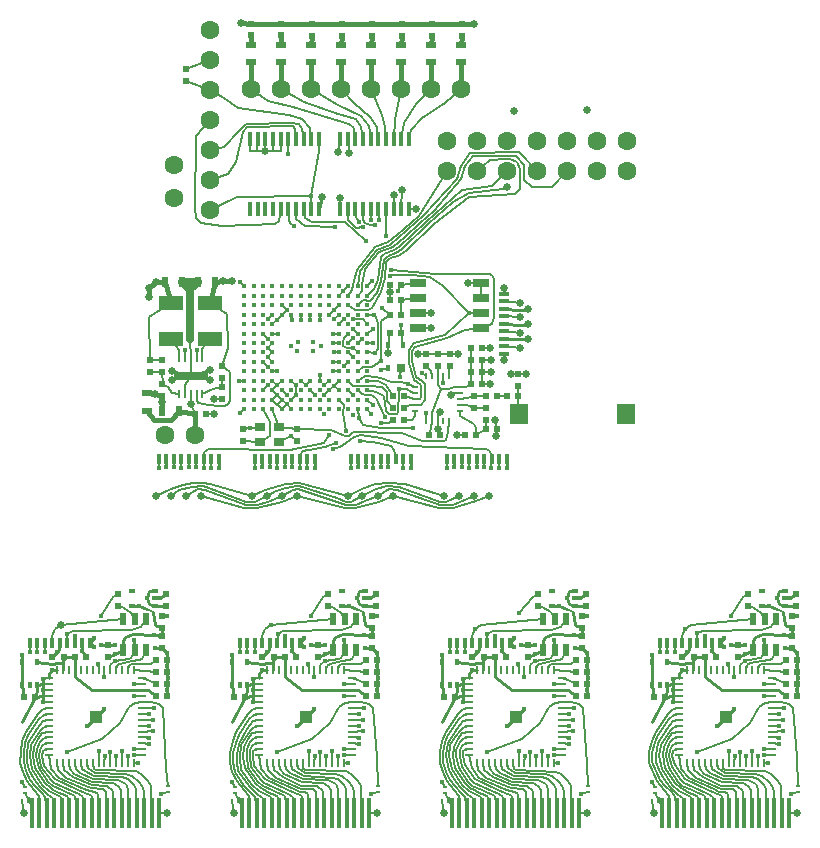
<source format=gtl>
G04 (created by PCBNEW-RS274X (2010-03-14)-final) date Thu 20 Jan 2011 12:09:16 PM EST*
G01*
G70*
G90*
%MOIN*%
G04 Gerber Fmt 3.4, Leading zero omitted, Abs format*
%FSLAX34Y34*%
G04 APERTURE LIST*
%ADD10C,0.001000*%
%ADD11R,0.010600X0.015700*%
%ADD12R,0.015700X0.010600*%
%ADD13R,0.019700X0.023600*%
%ADD14R,0.023600X0.019700*%
%ADD15R,0.023600X0.035400*%
%ADD16R,0.035400X0.023600*%
%ADD17R,0.082700X0.049200*%
%ADD18C,0.063000*%
%ADD19R,0.035400X0.031500*%
%ADD20R,0.059100X0.070900*%
%ADD21C,0.016000*%
%ADD22R,0.013000X0.100000*%
%ADD23R,0.013000X0.032000*%
%ADD24R,0.032000X0.013000*%
%ADD25R,0.010200X0.031500*%
%ADD26R,0.118100X0.029500*%
%ADD27R,0.023600X0.009800*%
%ADD28R,0.009800X0.023600*%
%ADD29R,0.025600X0.009800*%
%ADD30R,0.009800X0.025600*%
%ADD31R,0.039400X0.039400*%
%ADD32R,0.016500X0.023600*%
%ADD33R,0.031500X0.027600*%
%ADD34R,0.015700X0.023600*%
%ADD35R,0.023600X0.015700*%
%ADD36R,0.055100X0.027600*%
%ADD37R,0.023600X0.042000*%
%ADD38R,0.013800X0.051200*%
%ADD39C,0.025000*%
%ADD40C,0.005000*%
%ADD41C,0.008000*%
%ADD42C,0.010000*%
%ADD43C,0.015000*%
%ADD44C,0.025000*%
G04 APERTURE END LIST*
G54D10*
G54D11*
X17552Y-01500D03*
X17748Y-01500D03*
G54D12*
X17650Y-01248D03*
X17650Y-01052D03*
X22400Y-01002D03*
X22400Y-01198D03*
G54D11*
X31552Y-01500D03*
X31748Y-01500D03*
G54D12*
X31650Y-01248D03*
X31650Y-01052D03*
X36400Y-01002D03*
X36400Y-01198D03*
G54D11*
X38552Y-01500D03*
X38748Y-01500D03*
G54D12*
X38650Y-01248D03*
X38650Y-01052D03*
X43400Y-01002D03*
X43400Y-01198D03*
G54D11*
X24552Y-01500D03*
X24748Y-01500D03*
G54D12*
X24650Y-01248D03*
X24650Y-01052D03*
X29400Y-01002D03*
X29400Y-01198D03*
G54D13*
X18553Y03300D03*
X18947Y03300D03*
G54D14*
X22350Y05397D03*
X22350Y05003D03*
G54D13*
X17997Y01950D03*
X17603Y01950D03*
G54D14*
X22200Y04647D03*
X22200Y04253D03*
X22200Y03603D03*
X22200Y03997D03*
X20750Y05003D03*
X20750Y05397D03*
X20400Y03303D03*
X20400Y03697D03*
G54D13*
X19303Y03300D03*
X19697Y03300D03*
X22003Y02000D03*
X22397Y02000D03*
X22003Y02800D03*
X22397Y02800D03*
X22003Y03200D03*
X22397Y03200D03*
X22003Y02400D03*
X22397Y02400D03*
X32553Y03300D03*
X32947Y03300D03*
G54D14*
X36350Y05397D03*
X36350Y05003D03*
G54D13*
X31997Y01950D03*
X31603Y01950D03*
G54D14*
X36200Y04647D03*
X36200Y04253D03*
X36200Y03603D03*
X36200Y03997D03*
X34750Y05003D03*
X34750Y05397D03*
X34400Y03303D03*
X34400Y03697D03*
G54D13*
X33303Y03300D03*
X33697Y03300D03*
X36003Y02000D03*
X36397Y02000D03*
X36003Y02800D03*
X36397Y02800D03*
X36003Y03200D03*
X36397Y03200D03*
X36003Y02400D03*
X36397Y02400D03*
X39553Y03300D03*
X39947Y03300D03*
G54D14*
X43350Y05397D03*
X43350Y05003D03*
G54D13*
X38997Y01950D03*
X38603Y01950D03*
G54D14*
X43200Y04647D03*
X43200Y04253D03*
X43200Y03603D03*
X43200Y03997D03*
X41750Y05003D03*
X41750Y05397D03*
X41400Y03303D03*
X41400Y03697D03*
G54D13*
X40303Y03300D03*
X40697Y03300D03*
X43003Y02000D03*
X43397Y02000D03*
X43003Y02800D03*
X43397Y02800D03*
X43003Y03200D03*
X43397Y03200D03*
X43003Y02400D03*
X43397Y02400D03*
X25553Y03300D03*
X25947Y03300D03*
G54D14*
X29350Y05397D03*
X29350Y05003D03*
G54D13*
X24997Y01950D03*
X24603Y01950D03*
G54D14*
X29200Y04647D03*
X29200Y04253D03*
X29200Y03603D03*
X29200Y03997D03*
X27750Y05003D03*
X27750Y05397D03*
X27400Y03303D03*
X27400Y03697D03*
G54D13*
X26303Y03300D03*
X26697Y03300D03*
X29003Y02000D03*
X29397Y02000D03*
X29003Y02800D03*
X29397Y02800D03*
X29003Y03200D03*
X29397Y03200D03*
X29003Y02400D03*
X29397Y02400D03*
G54D14*
X24900Y10897D03*
X24900Y10503D03*
X26700Y10503D03*
X26700Y10897D03*
G54D13*
X30197Y14100D03*
X29803Y14100D03*
G54D14*
X24200Y12603D03*
X24200Y12997D03*
X24200Y11903D03*
X24200Y12297D03*
X22200Y13197D03*
X22200Y12803D03*
X22200Y12397D03*
X22200Y12003D03*
X21800Y12803D03*
X21800Y13197D03*
G54D13*
X23303Y11400D03*
X23697Y11400D03*
G54D14*
X31000Y13003D03*
X31000Y13397D03*
X31800Y13003D03*
X31800Y13397D03*
G54D13*
X33397Y12000D03*
X33003Y12000D03*
G54D14*
X32600Y11997D03*
X32600Y11603D03*
X33000Y11203D03*
X33000Y11597D03*
G54D13*
X33397Y10900D03*
X33003Y10900D03*
X32303Y10700D03*
X32697Y10700D03*
X33703Y12000D03*
X34097Y12000D03*
G54D14*
X34088Y12326D03*
X34088Y12720D03*
G54D13*
X32897Y13600D03*
X32503Y13600D03*
X32897Y13200D03*
X32503Y13200D03*
X32897Y12800D03*
X32503Y12800D03*
X32897Y12400D03*
X32503Y12400D03*
X29903Y11200D03*
X30297Y11200D03*
G54D14*
X31400Y13397D03*
X31400Y13003D03*
G54D13*
X31497Y10700D03*
X31103Y10700D03*
X30197Y15200D03*
X29803Y15200D03*
X30197Y15700D03*
X29803Y15700D03*
X30197Y14700D03*
X29803Y14700D03*
X30297Y11600D03*
X29903Y11600D03*
X30297Y12000D03*
X29903Y12000D03*
G54D14*
X23000Y22503D03*
X23000Y22897D03*
X25190Y24407D03*
X25190Y24013D03*
X26190Y24407D03*
X26190Y24013D03*
X27200Y24397D03*
X27200Y24003D03*
X28200Y24397D03*
X28200Y24003D03*
X32200Y24397D03*
X32200Y24003D03*
X31200Y24397D03*
X31200Y24003D03*
X30200Y24397D03*
X30200Y24003D03*
X29200Y24397D03*
X29200Y24003D03*
G54D15*
X22895Y15800D03*
X22305Y15800D03*
X23405Y15800D03*
X23995Y15800D03*
X22205Y11500D03*
X22795Y11500D03*
G54D16*
X21700Y12095D03*
X21700Y11505D03*
X25190Y23115D03*
X25190Y23705D03*
X26190Y23115D03*
X26190Y23705D03*
X27190Y23115D03*
X27190Y23705D03*
X28190Y23115D03*
X28190Y23705D03*
X32190Y23115D03*
X32190Y23705D03*
X31190Y23115D03*
X31190Y23705D03*
X30190Y23115D03*
X30190Y23705D03*
X29190Y23115D03*
X29190Y23705D03*
G54D17*
X22500Y13900D03*
X22500Y15100D03*
X23800Y13900D03*
X23800Y15100D03*
G54D18*
X22300Y10700D03*
X23300Y10700D03*
X23800Y24200D03*
X23800Y23200D03*
X23800Y22200D03*
X23800Y21200D03*
X23800Y20200D03*
X23800Y19200D03*
X23800Y18200D03*
X37700Y20500D03*
X37700Y19500D03*
X36700Y20500D03*
X36700Y19500D03*
X35700Y20500D03*
X35700Y19500D03*
X34700Y20500D03*
X34700Y19500D03*
X33700Y20500D03*
X33700Y19500D03*
X32700Y20500D03*
X32700Y19500D03*
X31700Y20500D03*
X31700Y19500D03*
G54D19*
X25475Y10454D03*
X26125Y10454D03*
X26125Y10946D03*
X25475Y10946D03*
G54D20*
X34129Y11400D03*
X37672Y11400D03*
G54D21*
X29047Y11553D03*
X28732Y11553D03*
X28417Y11553D03*
X28102Y11553D03*
X27787Y11553D03*
X27472Y11553D03*
X27157Y11553D03*
X26842Y11553D03*
X26527Y11553D03*
X26212Y11553D03*
X25897Y11553D03*
X25582Y11553D03*
X25267Y11553D03*
X24953Y11553D03*
X29047Y11868D03*
X28732Y11868D03*
X28417Y11868D03*
X28102Y11868D03*
X27787Y11868D03*
X27472Y11868D03*
X27157Y11868D03*
X26842Y11868D03*
X26527Y11868D03*
X26212Y11868D03*
X25897Y11868D03*
X25582Y11868D03*
X25267Y11868D03*
X24953Y11868D03*
X29047Y12183D03*
X28732Y12183D03*
X28417Y12183D03*
X28102Y12183D03*
X27787Y12183D03*
X27472Y12183D03*
X27157Y12183D03*
X26842Y12183D03*
X26527Y12183D03*
X26212Y12183D03*
X25897Y12183D03*
X25582Y12183D03*
X25267Y12183D03*
X24953Y12183D03*
X29047Y12498D03*
X28732Y12498D03*
X28417Y12498D03*
X28102Y12498D03*
X27787Y12498D03*
X27472Y12498D03*
X27157Y12498D03*
X26842Y12498D03*
X26527Y12498D03*
X26212Y12498D03*
X25897Y12498D03*
X25582Y12498D03*
X25267Y12498D03*
X24953Y12498D03*
X29047Y12813D03*
X28732Y12813D03*
X28417Y12813D03*
X28102Y12813D03*
X25897Y12813D03*
X25582Y12813D03*
X25267Y12813D03*
X24953Y12813D03*
X29047Y13128D03*
X28732Y13128D03*
X28417Y13128D03*
X28102Y13128D03*
X25897Y13128D03*
X25582Y13128D03*
X25267Y13128D03*
X24953Y13128D03*
X29047Y13443D03*
X28732Y13443D03*
X28417Y13443D03*
X28102Y13443D03*
X25897Y13443D03*
X25582Y13443D03*
X25267Y13443D03*
X24953Y13443D03*
X29047Y13758D03*
X28732Y13758D03*
X28417Y13758D03*
X28102Y13758D03*
X25897Y13758D03*
X25582Y13758D03*
X25267Y13758D03*
X24953Y13758D03*
X29047Y14073D03*
X28732Y14073D03*
X28417Y14073D03*
X28102Y14073D03*
X25897Y14073D03*
X25582Y14073D03*
X25267Y14073D03*
X24953Y14073D03*
X29047Y14388D03*
X28732Y14388D03*
X28417Y14388D03*
X28102Y14388D03*
X25897Y14388D03*
X25582Y14388D03*
X25267Y14388D03*
X24953Y14388D03*
X29047Y14703D03*
X28732Y14703D03*
X28417Y14703D03*
X28102Y14703D03*
X27787Y14703D03*
X27472Y14703D03*
X27157Y14703D03*
X26842Y14703D03*
X26527Y14703D03*
X26212Y14703D03*
X25897Y14703D03*
X25582Y14703D03*
X25267Y14703D03*
X24953Y14703D03*
X29047Y15018D03*
X28732Y15018D03*
X28417Y15018D03*
X28102Y15018D03*
X27787Y15018D03*
X27472Y15018D03*
X27157Y15018D03*
X26842Y15018D03*
X26527Y15018D03*
X26212Y15018D03*
X25897Y15018D03*
X25582Y15018D03*
X25267Y15018D03*
X24953Y15018D03*
X29047Y15333D03*
X28732Y15333D03*
X28417Y15333D03*
X28102Y15333D03*
X27787Y15333D03*
X27472Y15333D03*
X27157Y15333D03*
X26842Y15333D03*
X26527Y15333D03*
X26212Y15333D03*
X25897Y15333D03*
X25582Y15333D03*
X25267Y15333D03*
X24953Y15333D03*
X29047Y15647D03*
X28732Y15647D03*
X28417Y15647D03*
X28102Y15647D03*
X27787Y15647D03*
X27472Y15647D03*
X27157Y15647D03*
X26842Y15647D03*
X26527Y15647D03*
X26212Y15647D03*
X25897Y15647D03*
X25582Y15647D03*
X25267Y15647D03*
X24953Y15647D03*
G54D22*
X17875Y-01900D03*
X18125Y-01900D03*
X18375Y-01900D03*
X18625Y-01900D03*
X18875Y-01900D03*
X19125Y-01900D03*
X19375Y-01900D03*
X19625Y-01900D03*
X19875Y-01900D03*
X20125Y-01900D03*
X20375Y-01900D03*
X20625Y-01900D03*
X20875Y-01900D03*
X21125Y-01900D03*
X21375Y-01900D03*
X21625Y-01900D03*
X21875Y-01900D03*
X22125Y-01900D03*
X31875Y-01900D03*
X32125Y-01900D03*
X32375Y-01900D03*
X32625Y-01900D03*
X32875Y-01900D03*
X33125Y-01900D03*
X33375Y-01900D03*
X33625Y-01900D03*
X33875Y-01900D03*
X34125Y-01900D03*
X34375Y-01900D03*
X34625Y-01900D03*
X34875Y-01900D03*
X35125Y-01900D03*
X35375Y-01900D03*
X35625Y-01900D03*
X35875Y-01900D03*
X36125Y-01900D03*
X38875Y-01900D03*
X39125Y-01900D03*
X39375Y-01900D03*
X39625Y-01900D03*
X39875Y-01900D03*
X40125Y-01900D03*
X40375Y-01900D03*
X40625Y-01900D03*
X40875Y-01900D03*
X41125Y-01900D03*
X41375Y-01900D03*
X41625Y-01900D03*
X41875Y-01900D03*
X42125Y-01900D03*
X42375Y-01900D03*
X42625Y-01900D03*
X42875Y-01900D03*
X43125Y-01900D03*
X24875Y-01900D03*
X25125Y-01900D03*
X25375Y-01900D03*
X25625Y-01900D03*
X25875Y-01900D03*
X26125Y-01900D03*
X26375Y-01900D03*
X26625Y-01900D03*
X26875Y-01900D03*
X27125Y-01900D03*
X27375Y-01900D03*
X27625Y-01900D03*
X27875Y-01900D03*
X28125Y-01900D03*
X28375Y-01900D03*
X28625Y-01900D03*
X28875Y-01900D03*
X29125Y-01900D03*
G54D23*
X19800Y03750D03*
X19550Y03750D03*
X19300Y03750D03*
X19050Y03750D03*
X18800Y03750D03*
X18550Y03750D03*
X18300Y03750D03*
X18050Y03750D03*
X17800Y03750D03*
X22100Y09900D03*
X22350Y09900D03*
X22600Y09900D03*
X22850Y09900D03*
X23100Y09900D03*
X23350Y09900D03*
X23600Y09900D03*
X23850Y09900D03*
X24100Y09900D03*
X33800Y03750D03*
X33550Y03750D03*
X33300Y03750D03*
X33050Y03750D03*
X32800Y03750D03*
X32550Y03750D03*
X32300Y03750D03*
X32050Y03750D03*
X31800Y03750D03*
X28500Y09900D03*
X28750Y09900D03*
X29000Y09900D03*
X29250Y09900D03*
X29500Y09900D03*
X29750Y09900D03*
X30000Y09900D03*
X30250Y09900D03*
X30500Y09900D03*
X40800Y03750D03*
X40550Y03750D03*
X40300Y03750D03*
X40050Y03750D03*
X39800Y03750D03*
X39550Y03750D03*
X39300Y03750D03*
X39050Y03750D03*
X38800Y03750D03*
X31700Y09900D03*
X31950Y09900D03*
X32200Y09900D03*
X32450Y09900D03*
X32700Y09900D03*
X32950Y09900D03*
X33200Y09900D03*
X33450Y09900D03*
X33700Y09900D03*
X26800Y03750D03*
X26550Y03750D03*
X26300Y03750D03*
X26050Y03750D03*
X25800Y03750D03*
X25550Y03750D03*
X25300Y03750D03*
X25050Y03750D03*
X24800Y03750D03*
X25300Y09900D03*
X25550Y09900D03*
X25800Y09900D03*
X26050Y09900D03*
X26300Y09900D03*
X26550Y09900D03*
X26800Y09900D03*
X27050Y09900D03*
X27300Y09900D03*
G54D24*
X33600Y13400D03*
X33600Y13650D03*
X33600Y13900D03*
X33600Y14150D03*
X33600Y14400D03*
X33600Y14650D03*
X33600Y14900D03*
X33600Y15150D03*
X33600Y15400D03*
G54D25*
X22776Y12075D03*
X22973Y12075D03*
X23170Y12075D03*
X23367Y12075D03*
X23564Y12075D03*
X23564Y13257D03*
X23367Y13257D03*
X23170Y13257D03*
X22973Y13257D03*
X22776Y13257D03*
G54D26*
X23170Y12666D03*
G54D27*
X30652Y11900D03*
X30652Y12097D03*
X30652Y12294D03*
X30652Y11703D03*
X30652Y11506D03*
X32148Y12294D03*
X32148Y12097D03*
X32148Y11900D03*
X32148Y11703D03*
X32148Y11506D03*
G54D28*
X31400Y12648D03*
X31597Y12648D03*
X31794Y12648D03*
X31203Y12648D03*
X31006Y12648D03*
X31400Y11152D03*
X31597Y11152D03*
X31794Y11152D03*
X31203Y11152D03*
X31006Y11152D03*
G54D29*
X21545Y00020D03*
X21545Y00217D03*
X21545Y00414D03*
X21545Y00611D03*
X21545Y00808D03*
X21545Y01005D03*
X21545Y01202D03*
X21545Y01398D03*
X21545Y01595D03*
X21545Y01792D03*
X21545Y01989D03*
X21545Y02186D03*
X21545Y02383D03*
X21545Y02580D03*
X18455Y02580D03*
X18455Y02383D03*
X18455Y02186D03*
X18455Y01989D03*
X18455Y01792D03*
X18455Y01595D03*
X18455Y01398D03*
X18455Y01202D03*
X18455Y01005D03*
X18455Y00808D03*
X18455Y00611D03*
X18455Y00414D03*
X18455Y00217D03*
X18455Y00020D03*
G54D30*
X18918Y-00245D03*
X19115Y-00245D03*
X19312Y-00245D03*
X19509Y-00245D03*
X19706Y-00245D03*
X19903Y-00245D03*
X20100Y-00245D03*
X20296Y-00245D03*
X20493Y-00245D03*
X20690Y-00245D03*
X20887Y-00245D03*
X21084Y-00245D03*
X21281Y-00245D03*
X21279Y02845D03*
X21082Y02845D03*
X20885Y02845D03*
X20689Y02845D03*
X20492Y02845D03*
X20295Y02845D03*
X20098Y02845D03*
X19901Y02845D03*
X19704Y02845D03*
X19507Y02845D03*
X19311Y02845D03*
X19114Y02845D03*
X18917Y02845D03*
X18720Y02845D03*
X18721Y-00245D03*
G54D31*
X20000Y01300D03*
G54D29*
X35545Y00020D03*
X35545Y00217D03*
X35545Y00414D03*
X35545Y00611D03*
X35545Y00808D03*
X35545Y01005D03*
X35545Y01202D03*
X35545Y01398D03*
X35545Y01595D03*
X35545Y01792D03*
X35545Y01989D03*
X35545Y02186D03*
X35545Y02383D03*
X35545Y02580D03*
X32455Y02580D03*
X32455Y02383D03*
X32455Y02186D03*
X32455Y01989D03*
X32455Y01792D03*
X32455Y01595D03*
X32455Y01398D03*
X32455Y01202D03*
X32455Y01005D03*
X32455Y00808D03*
X32455Y00611D03*
X32455Y00414D03*
X32455Y00217D03*
X32455Y00020D03*
G54D30*
X32918Y-00245D03*
X33115Y-00245D03*
X33312Y-00245D03*
X33509Y-00245D03*
X33706Y-00245D03*
X33903Y-00245D03*
X34100Y-00245D03*
X34296Y-00245D03*
X34493Y-00245D03*
X34690Y-00245D03*
X34887Y-00245D03*
X35084Y-00245D03*
X35281Y-00245D03*
X35279Y02845D03*
X35082Y02845D03*
X34885Y02845D03*
X34689Y02845D03*
X34492Y02845D03*
X34295Y02845D03*
X34098Y02845D03*
X33901Y02845D03*
X33704Y02845D03*
X33507Y02845D03*
X33311Y02845D03*
X33114Y02845D03*
X32917Y02845D03*
X32720Y02845D03*
X32721Y-00245D03*
G54D31*
X34000Y01300D03*
G54D29*
X42545Y00020D03*
X42545Y00217D03*
X42545Y00414D03*
X42545Y00611D03*
X42545Y00808D03*
X42545Y01005D03*
X42545Y01202D03*
X42545Y01398D03*
X42545Y01595D03*
X42545Y01792D03*
X42545Y01989D03*
X42545Y02186D03*
X42545Y02383D03*
X42545Y02580D03*
X39455Y02580D03*
X39455Y02383D03*
X39455Y02186D03*
X39455Y01989D03*
X39455Y01792D03*
X39455Y01595D03*
X39455Y01398D03*
X39455Y01202D03*
X39455Y01005D03*
X39455Y00808D03*
X39455Y00611D03*
X39455Y00414D03*
X39455Y00217D03*
X39455Y00020D03*
G54D30*
X39918Y-00245D03*
X40115Y-00245D03*
X40312Y-00245D03*
X40509Y-00245D03*
X40706Y-00245D03*
X40903Y-00245D03*
X41100Y-00245D03*
X41296Y-00245D03*
X41493Y-00245D03*
X41690Y-00245D03*
X41887Y-00245D03*
X42084Y-00245D03*
X42281Y-00245D03*
X42279Y02845D03*
X42082Y02845D03*
X41885Y02845D03*
X41689Y02845D03*
X41492Y02845D03*
X41295Y02845D03*
X41098Y02845D03*
X40901Y02845D03*
X40704Y02845D03*
X40507Y02845D03*
X40311Y02845D03*
X40114Y02845D03*
X39917Y02845D03*
X39720Y02845D03*
X39721Y-00245D03*
G54D31*
X41000Y01300D03*
G54D29*
X28545Y00020D03*
X28545Y00217D03*
X28545Y00414D03*
X28545Y00611D03*
X28545Y00808D03*
X28545Y01005D03*
X28545Y01202D03*
X28545Y01398D03*
X28545Y01595D03*
X28545Y01792D03*
X28545Y01989D03*
X28545Y02186D03*
X28545Y02383D03*
X28545Y02580D03*
X25455Y02580D03*
X25455Y02383D03*
X25455Y02186D03*
X25455Y01989D03*
X25455Y01792D03*
X25455Y01595D03*
X25455Y01398D03*
X25455Y01202D03*
X25455Y01005D03*
X25455Y00808D03*
X25455Y00611D03*
X25455Y00414D03*
X25455Y00217D03*
X25455Y00020D03*
G54D30*
X25918Y-00245D03*
X26115Y-00245D03*
X26312Y-00245D03*
X26509Y-00245D03*
X26706Y-00245D03*
X26903Y-00245D03*
X27100Y-00245D03*
X27296Y-00245D03*
X27493Y-00245D03*
X27690Y-00245D03*
X27887Y-00245D03*
X28084Y-00245D03*
X28281Y-00245D03*
X28279Y02845D03*
X28082Y02845D03*
X27885Y02845D03*
X27689Y02845D03*
X27492Y02845D03*
X27295Y02845D03*
X27098Y02845D03*
X26901Y02845D03*
X26704Y02845D03*
X26507Y02845D03*
X26311Y02845D03*
X26114Y02845D03*
X25917Y02845D03*
X25720Y02845D03*
X25721Y-00245D03*
G54D31*
X27000Y01300D03*
G54D32*
X29736Y12916D03*
G54D33*
X30189Y12916D03*
G54D32*
X30248Y13704D03*
X29736Y13704D03*
G54D34*
X17544Y02376D03*
X17800Y02376D03*
X18056Y02376D03*
X18056Y03124D03*
X17544Y03124D03*
G54D35*
X21974Y04994D03*
X21974Y05250D03*
X21974Y05506D03*
X21226Y05506D03*
X21226Y04994D03*
G54D34*
X31544Y02376D03*
X31800Y02376D03*
X32056Y02376D03*
X32056Y03124D03*
X31544Y03124D03*
G54D35*
X35974Y04994D03*
X35974Y05250D03*
X35974Y05506D03*
X35226Y05506D03*
X35226Y04994D03*
G54D34*
X38544Y02376D03*
X38800Y02376D03*
X39056Y02376D03*
X39056Y03124D03*
X38544Y03124D03*
G54D35*
X42974Y04994D03*
X42974Y05250D03*
X42974Y05506D03*
X42226Y05506D03*
X42226Y04994D03*
G54D34*
X24544Y02376D03*
X24800Y02376D03*
X25056Y02376D03*
X25056Y03124D03*
X24544Y03124D03*
G54D35*
X28974Y04994D03*
X28974Y05250D03*
X28974Y05506D03*
X28226Y05506D03*
X28226Y04994D03*
G54D36*
X30737Y15750D03*
X30737Y15250D03*
X30737Y14750D03*
X30737Y14250D03*
X32863Y14250D03*
X32863Y14750D03*
X32863Y15250D03*
X32863Y15750D03*
G54D37*
X20926Y03538D03*
X21300Y03538D03*
X21674Y03538D03*
X21674Y04562D03*
X21300Y04562D03*
X20926Y04562D03*
X34926Y03538D03*
X35300Y03538D03*
X35674Y03538D03*
X35674Y04562D03*
X35300Y04562D03*
X34926Y04562D03*
X41926Y03538D03*
X42300Y03538D03*
X42674Y03538D03*
X42674Y04562D03*
X42300Y04562D03*
X41926Y04562D03*
X27926Y03538D03*
X28300Y03538D03*
X28674Y03538D03*
X28674Y04562D03*
X28300Y04562D03*
X27926Y04562D03*
G54D18*
X25190Y22210D03*
X26190Y22210D03*
X27190Y22210D03*
X28190Y22210D03*
X32190Y22210D03*
X31190Y22210D03*
X30190Y22210D03*
X29190Y22210D03*
G54D38*
X27452Y20569D03*
X27196Y20569D03*
X26940Y20569D03*
X26684Y20569D03*
X26428Y20569D03*
X26172Y20569D03*
X25916Y20569D03*
X25660Y20569D03*
X25404Y20569D03*
X25148Y20569D03*
X25148Y18231D03*
X25404Y18231D03*
X25660Y18231D03*
X25916Y18231D03*
X26172Y18231D03*
X26428Y18231D03*
X26684Y18231D03*
X26940Y18231D03*
X27196Y18231D03*
X27452Y18231D03*
X28148Y18231D03*
X28404Y18231D03*
X28660Y18231D03*
X28916Y18231D03*
X29172Y18231D03*
X29428Y18231D03*
X29684Y18231D03*
X29940Y18231D03*
X30196Y18231D03*
X30452Y18231D03*
X30452Y20569D03*
X30196Y20569D03*
X29940Y20569D03*
X29684Y20569D03*
X29428Y20569D03*
X29172Y20569D03*
X28916Y20569D03*
X28660Y20569D03*
X28404Y20569D03*
X28148Y20569D03*
G54D18*
X22600Y19700D03*
X22600Y18600D03*
G54D21*
X28571Y14226D03*
X28017Y10429D03*
X26308Y04007D03*
X26810Y09596D03*
X27168Y04643D03*
X28267Y12986D03*
X27922Y10221D03*
X41168Y04643D03*
X40308Y04007D03*
X33192Y09604D03*
X20168Y04643D03*
X29241Y13757D03*
X28893Y13902D03*
X29506Y11082D03*
X29522Y13174D03*
X29562Y14927D03*
X26424Y20046D03*
X29832Y16198D03*
X27987Y17620D03*
X30399Y12382D03*
X28927Y17617D03*
X30107Y12224D03*
X28776Y17806D03*
X29647Y11305D03*
X30077Y15478D03*
X29013Y17155D03*
X28575Y12037D03*
X31004Y11423D03*
X29319Y17680D03*
X29239Y11699D03*
X29169Y17869D03*
X26368Y12026D03*
X30140Y12639D03*
X29313Y13441D03*
X29267Y14701D03*
X29669Y17340D03*
G54D39*
X23500Y08676D03*
X26700Y08676D03*
X29904Y08668D03*
X33100Y08676D03*
G54D21*
X26623Y17647D03*
X29806Y15979D03*
X32444Y14757D03*
X28574Y13912D03*
X29240Y14216D03*
G54D39*
X33701Y18949D03*
G54D21*
X28574Y13589D03*
G54D39*
X29938Y18692D03*
X26204Y08672D03*
X29429Y08675D03*
X32604Y08672D03*
X23000Y08675D03*
G54D21*
X28575Y14550D03*
X27795Y10679D03*
G54D39*
X30200Y18876D03*
G54D21*
X19308Y04007D03*
X23599Y09608D03*
X20106Y00144D03*
X20303Y-00018D03*
X20495Y00138D03*
X20692Y-00014D03*
X20882Y00146D03*
X21083Y-00014D03*
X21431Y-00243D03*
X21291Y00018D03*
X21291Y00239D03*
X21786Y00397D03*
X21928Y00814D03*
X21785Y01007D03*
X21928Y01200D03*
X21783Y01397D03*
X21932Y01588D03*
X23352Y09610D03*
X19059Y04076D03*
X20637Y03386D03*
X21933Y04016D03*
X21453Y04989D03*
X22845Y09607D03*
G54D39*
X18858Y04355D03*
G54D21*
X22599Y09610D03*
X20296Y02623D03*
X18302Y03446D03*
X22102Y09607D03*
X20097Y03067D03*
X17798Y03451D03*
X27106Y00144D03*
X27303Y-00018D03*
X27495Y00138D03*
X27692Y-00014D03*
X27882Y00146D03*
X28083Y-00014D03*
X28431Y-00243D03*
X28291Y00018D03*
X28291Y00239D03*
X28786Y00397D03*
X21783Y00609D03*
X28783Y00609D03*
X28928Y00814D03*
X28785Y01007D03*
X28928Y01200D03*
X28783Y01397D03*
X28932Y01588D03*
X26552Y09610D03*
X26072Y04067D03*
X28453Y04989D03*
X28933Y04016D03*
X27637Y03386D03*
X26045Y09607D03*
X25858Y04355D03*
X25302Y03446D03*
X27296Y02623D03*
X25799Y09610D03*
X24798Y03451D03*
X27097Y03067D03*
X25302Y09607D03*
X34106Y00144D03*
X34303Y-00018D03*
X34495Y00138D03*
X34692Y-00014D03*
X34882Y00146D03*
X35083Y-00014D03*
X35431Y-00243D03*
X35291Y00018D03*
X35291Y00239D03*
X35786Y00397D03*
X35783Y00609D03*
X35928Y00814D03*
X35785Y01007D03*
X35928Y01200D03*
X35783Y01397D03*
X35932Y01588D03*
X28347Y10830D03*
G54D39*
X22500Y08668D03*
X25700Y08668D03*
X28887Y08666D03*
X32100Y08668D03*
G54D21*
X29752Y09610D03*
X33048Y04059D03*
X35453Y04989D03*
X35933Y04016D03*
X34637Y03386D03*
X29245Y09607D03*
X32650Y04239D03*
X28571Y13285D03*
X28798Y10483D03*
X33308Y04007D03*
X34107Y04765D03*
X32302Y03446D03*
X34296Y02623D03*
X28999Y09610D03*
X31798Y03451D03*
X34097Y03067D03*
X28502Y09607D03*
X41106Y00144D03*
X41303Y-00018D03*
X41495Y00138D03*
X41692Y-00014D03*
X41882Y00146D03*
X42083Y-00014D03*
X42431Y-00243D03*
X42291Y00018D03*
X42291Y00239D03*
X42786Y00397D03*
X42783Y00609D03*
X42928Y00814D03*
X42785Y01007D03*
X42928Y01200D03*
X42783Y01397D03*
X42932Y01588D03*
X28793Y11269D03*
X30569Y10923D03*
X29435Y17859D03*
G54D39*
X22000Y08668D03*
X25200Y08668D03*
X28398Y08672D03*
X31600Y08668D03*
G54D21*
X32952Y09610D03*
X40056Y04094D03*
X42453Y04989D03*
X42933Y04016D03*
X41637Y03386D03*
X32445Y09607D03*
X39650Y04239D03*
X39302Y03446D03*
X41296Y02623D03*
X32199Y09610D03*
X38798Y03451D03*
X41097Y03067D03*
X31702Y09607D03*
G54D39*
X34347Y12721D03*
X33841Y12721D03*
X33318Y11190D03*
X33164Y12401D03*
X31419Y10896D03*
X33171Y12797D03*
X33169Y13204D03*
X32059Y10699D03*
X33332Y10667D03*
G54D21*
X31596Y12439D03*
G54D39*
X31494Y11476D03*
X31853Y12042D03*
X32075Y13388D03*
X30760Y13396D03*
X23154Y14447D03*
X23159Y13895D03*
X23145Y15803D03*
X23830Y12858D03*
X22543Y12834D03*
X23830Y12519D03*
X23934Y11907D03*
X23960Y11399D03*
G54D21*
X25156Y10910D03*
X26499Y10654D03*
X26500Y13644D03*
X26735Y13803D03*
X26728Y13501D03*
X27261Y13803D03*
X27501Y13655D03*
X27258Y13492D03*
X30889Y12774D03*
G54D39*
X31190Y14261D03*
X22202Y11796D03*
X21976Y12067D03*
X22557Y12527D03*
G54D21*
X27955Y12329D03*
X23103Y09610D03*
X23849Y09593D03*
G54D39*
X32627Y24408D03*
X24854Y24415D03*
G54D21*
X26844Y14536D03*
X27472Y14541D03*
X26064Y14538D03*
X26375Y14858D03*
X25744Y13591D03*
X25747Y13294D03*
X26062Y12344D03*
X26057Y12022D03*
X26375Y11716D03*
X24813Y11422D03*
X27005Y12345D03*
X27926Y13132D03*
X27926Y13765D03*
X28272Y14545D03*
X27956Y14862D03*
X24823Y15788D03*
X27626Y12029D03*
X27627Y11409D03*
X28575Y11374D03*
X21276Y02380D03*
X21276Y01985D03*
X22391Y02194D03*
X22403Y02607D03*
X22391Y03008D03*
X19551Y03502D03*
X18707Y03465D03*
X21269Y03875D03*
X20648Y03166D03*
X20637Y03696D03*
X20172Y03696D03*
X22379Y03429D03*
X21987Y03594D03*
X22160Y05275D03*
X22387Y04651D03*
X18240Y01791D03*
X18243Y02191D03*
X18245Y02576D03*
X18545Y02845D03*
X18052Y03449D03*
X20276Y01575D03*
X19705Y00999D03*
X22348Y09611D03*
G54D39*
X22367Y-01901D03*
X17599Y-01896D03*
X24599Y-01896D03*
X29367Y-01901D03*
G54D21*
X25548Y09611D03*
X26705Y00999D03*
X27276Y01575D03*
X25052Y03449D03*
X25545Y02845D03*
X25245Y02576D03*
X25243Y02191D03*
X25240Y01791D03*
X29387Y04651D03*
X29160Y05275D03*
X28987Y03594D03*
X29379Y03429D03*
X27172Y03696D03*
X27637Y03696D03*
X27643Y03163D03*
X28269Y03875D03*
X25707Y03465D03*
X26551Y03502D03*
X29391Y03008D03*
X29403Y02607D03*
X29391Y02194D03*
X28276Y01985D03*
X28276Y02380D03*
X27049Y09593D03*
X26303Y09610D03*
G54D39*
X31599Y-01896D03*
X36367Y-01901D03*
G54D21*
X28748Y09611D03*
X33705Y00999D03*
X34276Y01575D03*
X32052Y03449D03*
X32545Y02845D03*
X32245Y02576D03*
X32243Y02191D03*
X32240Y01791D03*
X36387Y04651D03*
X36160Y05275D03*
X35987Y03594D03*
X36379Y03429D03*
X34172Y03696D03*
X34637Y03696D03*
X34643Y03157D03*
X35269Y03875D03*
X32707Y03465D03*
X33551Y03502D03*
X36391Y03008D03*
X36403Y02607D03*
X36391Y02194D03*
X35276Y01985D03*
X35276Y02380D03*
X30249Y09593D03*
X29503Y09610D03*
G54D39*
X38599Y-01896D03*
X43367Y-01901D03*
G54D21*
X31948Y09611D03*
X40705Y00999D03*
X41276Y01575D03*
X39052Y03449D03*
X39545Y02845D03*
X39245Y02576D03*
X39243Y02191D03*
X39240Y01791D03*
X43387Y04651D03*
X43160Y05275D03*
X42987Y03594D03*
X43379Y03429D03*
X41172Y03696D03*
X41637Y03696D03*
X41659Y03171D03*
X42269Y03875D03*
X39707Y03465D03*
X40551Y03502D03*
X43391Y03008D03*
X43403Y02607D03*
X43391Y02194D03*
X42276Y01985D03*
X42276Y02380D03*
X33449Y09593D03*
X32703Y09610D03*
G54D39*
X23145Y15803D03*
X23147Y15495D03*
X28445Y20106D03*
X30672Y18231D03*
X28139Y18598D03*
X25658Y20143D03*
X33936Y21504D03*
X34409Y13903D03*
X34406Y14391D03*
X34406Y14901D03*
G54D21*
X29526Y12851D03*
X24779Y12501D03*
X30189Y14362D03*
X27190Y18670D03*
G54D39*
X34156Y15108D03*
X34161Y14612D03*
X34156Y14107D03*
X34152Y13595D03*
G54D21*
X17558Y-00879D03*
X19061Y00117D03*
X26061Y00117D03*
X22174Y-01268D03*
X31558Y-00879D03*
X33061Y00117D03*
X36174Y-01268D03*
X40061Y00117D03*
X38558Y-00879D03*
X43174Y-01268D03*
X24547Y-00884D03*
X29174Y-01268D03*
X27475Y12705D03*
X27926Y12823D03*
X27951Y14557D03*
X26533Y14532D03*
X26071Y14073D03*
X26063Y12818D03*
G54D39*
X24241Y15810D03*
X24534Y15810D03*
G54D21*
X27163Y14535D03*
X25740Y14560D03*
X25739Y13902D03*
X25739Y12954D03*
X25741Y12345D03*
X26682Y12345D03*
X27631Y12354D03*
X28260Y15486D03*
X29216Y15828D03*
X29186Y11394D03*
X26679Y12024D03*
G54D39*
X29800Y15454D03*
X31190Y14748D03*
X32428Y15745D03*
X29748Y13441D03*
G54D21*
X27933Y13445D03*
X27928Y14074D03*
G54D39*
X36397Y21519D03*
X27534Y18618D03*
X28090Y20110D03*
G54D21*
X27314Y12013D03*
G54D39*
X22010Y15796D03*
X21794Y15607D03*
X21794Y15294D03*
X33132Y13592D03*
G54D21*
X22973Y13520D03*
X23368Y13516D03*
G54D39*
X23175Y11739D03*
G54D21*
X21714Y05251D03*
X19935Y03612D03*
X19939Y03911D03*
X17546Y03370D03*
X24099Y09594D03*
X27299Y09594D03*
X24546Y03370D03*
X26939Y03911D03*
X26935Y03612D03*
X28714Y05251D03*
X30499Y09594D03*
X31546Y03370D03*
X33939Y03911D03*
X33935Y03612D03*
X35714Y05251D03*
X33699Y09594D03*
X38546Y03370D03*
X40939Y03911D03*
X40935Y03612D03*
X42714Y05251D03*
G54D39*
X33601Y13205D03*
X33601Y15597D03*
G54D40*
X21594Y00613D02*
X21814Y00608D01*
X28594Y00613D02*
X28814Y00608D01*
X35594Y00613D02*
X35814Y00608D01*
X42594Y00613D02*
X42814Y00608D01*
X28732Y14073D02*
X28571Y14226D01*
X28017Y10429D02*
X27640Y10296D01*
X27585Y05296D02*
X27168Y04643D01*
X27750Y05397D02*
X27585Y05296D01*
X26300Y03750D02*
X26308Y04007D01*
X26800Y09900D02*
X26886Y10144D01*
X26886Y10144D02*
X27104Y10202D01*
X27104Y10202D02*
X27640Y10296D01*
G54D41*
X26800Y09900D02*
X26810Y09596D01*
G54D40*
X28267Y12986D02*
X28417Y13128D01*
X33015Y10241D02*
X30443Y10322D01*
X30443Y10322D02*
X29520Y10584D01*
X29520Y10584D02*
X28858Y10693D01*
X28858Y10693D02*
X28620Y10633D01*
X28620Y10633D02*
X28363Y10438D01*
X28363Y10438D02*
X28150Y10284D01*
X28150Y10284D02*
X27922Y10221D01*
X41585Y05296D02*
X41168Y04643D01*
X41750Y05397D02*
X41585Y05296D01*
X40300Y03750D02*
X40308Y04007D01*
X33200Y09900D02*
X33150Y10144D01*
X33150Y10144D02*
X33015Y10241D01*
G54D41*
X33191Y09942D02*
X33192Y09604D01*
G54D40*
X29047Y13758D02*
X29241Y13757D01*
X28732Y13758D02*
X28893Y13902D01*
X28732Y12813D02*
X28919Y12969D01*
X28919Y12969D02*
X29231Y12967D01*
X29522Y13174D02*
X29231Y12967D01*
X29522Y13174D02*
X29510Y14488D01*
X29510Y14488D02*
X29803Y14700D01*
X29903Y11200D02*
X29769Y11087D01*
X29769Y11087D02*
X29506Y11082D01*
X29803Y14700D02*
X29562Y14927D01*
X26428Y20569D02*
X26424Y20046D01*
X30652Y11703D02*
X30476Y11678D01*
X30476Y11678D02*
X30297Y11600D01*
X30652Y11703D02*
X30833Y11706D01*
X30985Y11856D02*
X30833Y11706D01*
X30985Y11856D02*
X30984Y12398D01*
X30984Y12398D02*
X30865Y12508D01*
X30865Y12508D02*
X30690Y12613D01*
X30690Y12613D02*
X30539Y13146D01*
X30539Y13146D02*
X30562Y13493D01*
X30562Y13493D02*
X30663Y13630D01*
X30663Y13630D02*
X31708Y13924D01*
X31708Y13924D02*
X32309Y14205D01*
X32309Y14205D02*
X32863Y14250D01*
X32863Y14250D02*
X33219Y14392D01*
X33219Y14392D02*
X33283Y14630D01*
X33283Y14630D02*
X33277Y15908D01*
X33277Y15908D02*
X33230Y16019D01*
X33131Y16057D02*
X33230Y16019D01*
X33131Y16057D02*
X31336Y16051D01*
X31336Y16051D02*
X29832Y16198D01*
X26684Y18231D02*
X26689Y17889D01*
X26689Y17889D02*
X26988Y17654D01*
X27987Y17620D02*
X26988Y17654D01*
X28732Y12498D02*
X28978Y12647D01*
X28978Y12647D02*
X29092Y12660D01*
X29092Y12660D02*
X29509Y12581D01*
X29859Y12456D02*
X30181Y12463D01*
X30399Y12382D02*
X30652Y12294D01*
X29509Y12581D02*
X29859Y12456D01*
X30399Y12382D02*
X30181Y12463D01*
X28404Y18231D02*
X28409Y17874D01*
X28409Y17874D02*
X28684Y17588D01*
X28927Y17617D02*
X28684Y17588D01*
X29047Y12183D02*
X29337Y12141D01*
X29337Y12141D02*
X29600Y11986D01*
X29600Y11986D02*
X29667Y11505D01*
X29773Y11404D02*
X29667Y11505D01*
X29773Y11404D02*
X30051Y11404D01*
X30051Y11404D02*
X30094Y11471D01*
X30100Y12128D02*
X30094Y11471D01*
X30107Y12224D02*
X30100Y12128D01*
X30107Y12224D02*
X30366Y12225D01*
X30366Y12225D02*
X30503Y12141D01*
X30503Y12141D02*
X30652Y12097D01*
X28660Y18231D02*
X28665Y17947D01*
X28776Y17806D02*
X28665Y17947D01*
X28732Y12183D02*
X28875Y12044D01*
X30737Y15750D02*
X30197Y15700D01*
X28875Y12044D02*
X29021Y12023D01*
X29021Y12023D02*
X29172Y12026D01*
X29347Y11913D02*
X29172Y12026D01*
X29647Y11305D02*
X29347Y11913D01*
X30197Y15700D02*
X30077Y15478D01*
X26940Y18231D02*
X26990Y17920D01*
X26990Y17920D02*
X27208Y17804D01*
X27208Y17804D02*
X28312Y17788D01*
X28312Y17788D02*
X29013Y17155D01*
X28575Y12037D02*
X28417Y12183D01*
X31006Y11152D02*
X31004Y11423D01*
X28916Y18231D02*
X28917Y17874D01*
X28917Y17874D02*
X28985Y17763D01*
X28985Y17763D02*
X29154Y17700D01*
X29319Y17680D02*
X29154Y17700D01*
X29047Y11868D02*
X29239Y11699D01*
X29172Y18231D02*
X29169Y17869D01*
X26212Y12183D02*
X26368Y12026D01*
X30189Y12916D02*
X30140Y12639D01*
X29047Y13443D02*
X29313Y13441D01*
X29313Y13441D02*
X29409Y13557D01*
X29409Y13557D02*
X29409Y14395D01*
X29409Y14395D02*
X29356Y14612D01*
X29267Y14701D02*
X29356Y14612D01*
X29267Y14701D02*
X29047Y14703D01*
X29684Y18231D02*
X29669Y17340D01*
X33100Y08676D02*
X32665Y08480D01*
X32665Y08480D02*
X31908Y08267D01*
X31908Y08267D02*
X31446Y08256D01*
X29904Y08668D02*
X31446Y08256D01*
X29904Y08668D02*
X29441Y08460D01*
X29441Y08460D02*
X28663Y08264D01*
X28663Y08264D02*
X28309Y08264D01*
X28309Y08264D02*
X26700Y08676D01*
X26700Y08676D02*
X26209Y08454D01*
X26209Y08454D02*
X25379Y08262D01*
X25379Y08262D02*
X24947Y08258D01*
X24947Y08258D02*
X23500Y08676D01*
X30652Y11900D02*
X30297Y12000D01*
X30652Y11900D02*
X30813Y11905D01*
X30813Y11905D02*
X30864Y11953D01*
X30861Y12374D02*
X30864Y11953D01*
X30861Y12374D02*
X30715Y12476D01*
X30715Y12476D02*
X30614Y12516D01*
X30614Y12516D02*
X30438Y13096D01*
X30438Y13096D02*
X30445Y13537D01*
X30445Y13537D02*
X30611Y13763D01*
X30611Y13763D02*
X31656Y14015D01*
X31656Y14015D02*
X32444Y14757D01*
X32444Y14757D02*
X32863Y14750D01*
X26428Y18231D02*
X26439Y17870D01*
X26439Y17870D02*
X26497Y17759D01*
X26497Y17759D02*
X26623Y17647D01*
X32444Y14757D02*
X31573Y15652D01*
X31573Y15652D02*
X31140Y15969D01*
X31140Y15969D02*
X30592Y16022D01*
X30592Y16022D02*
X29915Y16011D01*
X29915Y16011D02*
X29806Y15979D01*
X28732Y15647D02*
X28800Y16143D01*
X28800Y16143D02*
X29376Y16874D01*
X29376Y16874D02*
X29831Y17029D01*
X29831Y17029D02*
X30959Y18021D01*
X30959Y18021D02*
X32055Y19227D01*
X32055Y19227D02*
X32174Y19646D01*
X32495Y20097D02*
X32174Y19646D01*
X32495Y20097D02*
X34123Y20111D01*
X34123Y20111D02*
X34700Y19500D01*
X28417Y15018D02*
X28645Y14855D01*
X28645Y14855D02*
X28762Y14860D01*
X28762Y14860D02*
X29091Y14860D01*
X29091Y14860D02*
X29212Y14942D01*
X29212Y14942D02*
X29522Y15457D01*
X29522Y15457D02*
X29641Y15926D01*
X29641Y15926D02*
X29688Y16446D01*
X29688Y16446D02*
X29831Y16601D01*
X29831Y16601D02*
X30083Y16661D01*
X30083Y16661D02*
X30346Y16817D01*
X30346Y16817D02*
X31268Y17722D01*
X31268Y17722D02*
X32453Y18621D01*
X32453Y18621D02*
X33966Y18725D01*
X33966Y18725D02*
X34147Y18907D01*
X34147Y18907D02*
X34154Y19562D01*
X34154Y19562D02*
X34040Y19801D01*
X34040Y19801D02*
X33826Y19890D01*
X33826Y19890D02*
X33638Y19897D01*
X33638Y19897D02*
X33143Y19869D01*
X33143Y19869D02*
X32700Y19500D01*
X28417Y15333D02*
X28562Y15518D01*
X28562Y15518D02*
X28579Y15706D01*
X28579Y15706D02*
X28708Y16189D01*
X28708Y16189D02*
X29318Y16966D01*
X29318Y16966D02*
X29748Y17115D01*
X29748Y17115D02*
X30059Y17367D01*
X30059Y17367D02*
X30784Y18001D01*
X30784Y18001D02*
X31700Y19500D01*
X28417Y13758D02*
X28574Y13912D01*
X28732Y15333D02*
X28887Y15494D01*
X28887Y15494D02*
X28892Y15702D01*
X28892Y15702D02*
X28993Y16224D01*
X28993Y16224D02*
X29443Y16790D01*
X29443Y16790D02*
X29919Y16951D01*
X29919Y16951D02*
X30311Y17305D01*
X30311Y17305D02*
X30819Y17763D01*
X30819Y17763D02*
X31268Y18159D01*
X31268Y18159D02*
X32179Y19216D01*
X32179Y19216D02*
X32299Y19647D01*
X32567Y19988D02*
X32299Y19647D01*
X34001Y20009D02*
X32567Y19988D01*
X34001Y20009D02*
X34269Y19682D01*
X34269Y19682D02*
X34281Y19207D01*
X34281Y19207D02*
X34550Y18966D01*
X34550Y18966D02*
X35200Y18973D01*
X35200Y18973D02*
X35700Y19500D01*
X29240Y14216D02*
X29047Y14073D01*
X28732Y15018D02*
X28926Y15179D01*
X28926Y15179D02*
X29163Y15170D01*
X29163Y15170D02*
X29370Y15426D01*
X29370Y15426D02*
X29507Y15828D01*
X29507Y15828D02*
X29598Y16539D01*
X29598Y16539D02*
X29732Y16674D01*
X29732Y16674D02*
X30021Y16773D01*
X30021Y16773D02*
X30201Y16885D01*
X30201Y16885D02*
X31087Y17722D01*
X31087Y17722D02*
X31910Y18449D01*
X31910Y18449D02*
X32432Y18746D01*
X32432Y18746D02*
X33582Y18907D01*
X33701Y18949D02*
X33582Y18907D01*
X29047Y15333D02*
X29265Y15552D01*
X29265Y15552D02*
X29405Y15847D01*
X29405Y15847D02*
X29502Y16636D01*
X29502Y16636D02*
X29611Y16740D01*
X29611Y16740D02*
X29958Y16858D01*
X29958Y16858D02*
X30108Y16945D01*
X30108Y16945D02*
X31024Y17805D01*
X31024Y17805D02*
X32223Y18858D01*
X32223Y18858D02*
X33199Y18983D01*
X33199Y18983D02*
X33700Y19500D01*
X28417Y14073D02*
X28275Y13921D01*
X28275Y13921D02*
X28258Y13795D01*
X28258Y13795D02*
X28264Y13655D01*
X28264Y13655D02*
X28371Y13604D01*
X28371Y13604D02*
X28509Y13594D01*
X28509Y13594D02*
X28574Y13589D01*
X28574Y13589D02*
X28732Y13443D01*
X29940Y18231D02*
X29938Y18692D01*
X29429Y08675D02*
X29792Y08879D01*
X29792Y08879D02*
X30039Y08874D01*
X30039Y08874D02*
X31471Y08358D01*
X31471Y08358D02*
X31907Y08372D01*
X31907Y08372D02*
X32609Y08661D01*
X26204Y08672D02*
X26587Y08872D01*
X26587Y08872D02*
X26744Y08883D01*
X26744Y08883D02*
X28356Y08364D01*
X28356Y08364D02*
X28672Y08371D01*
X28672Y08371D02*
X28980Y08484D01*
X28980Y08484D02*
X29429Y08675D01*
X23401Y08879D02*
X23000Y08675D01*
X23401Y08879D02*
X23647Y08875D01*
X23647Y08875D02*
X25008Y08359D01*
X25008Y08359D02*
X25388Y08368D01*
X25388Y08368D02*
X25757Y08471D01*
X25757Y08471D02*
X26204Y08672D01*
X23768Y10226D02*
X26466Y10202D01*
X26466Y10202D02*
X27612Y10437D01*
X27795Y10679D02*
X27612Y10437D01*
X29047Y14388D02*
X28898Y14546D01*
X28898Y14546D02*
X28719Y14546D01*
X28719Y14546D02*
X28575Y14550D01*
X30196Y18231D02*
X30200Y18876D01*
X19300Y03750D02*
X19308Y04007D01*
X20750Y05397D02*
X20585Y05296D01*
X20585Y05296D02*
X20168Y04643D01*
X23768Y10226D02*
X23613Y10134D01*
X23613Y10134D02*
X23600Y09900D01*
G54D41*
X23600Y09900D02*
X23599Y09608D01*
G54D40*
X18125Y-01900D02*
X18098Y-01350D01*
X18098Y-01350D02*
X17947Y-01142D01*
X17947Y-01142D02*
X17716Y-00832D01*
X17716Y-00832D02*
X17586Y-00537D01*
X17493Y-00247D02*
X17586Y-00537D01*
X17493Y-00247D02*
X17498Y00123D01*
X17498Y00123D02*
X17561Y00496D01*
X17561Y00496D02*
X17695Y00781D01*
X17695Y00781D02*
X18082Y01379D01*
X18082Y01379D02*
X18251Y01552D01*
X18251Y01552D02*
X18455Y01595D01*
X18721Y-00245D02*
X18757Y-00484D01*
X18757Y-00484D02*
X19022Y-00735D01*
X19022Y-00735D02*
X19847Y-01084D01*
X20233Y-01101D02*
X19847Y-01084D01*
X20233Y-01101D02*
X20361Y-01208D01*
X20361Y-01208D02*
X20375Y-01900D01*
X18918Y-00245D02*
X18953Y-00473D01*
X18953Y-00473D02*
X19243Y-00703D01*
X19243Y-00703D02*
X19866Y-00977D01*
X19866Y-00977D02*
X20383Y-01001D01*
X20383Y-01001D02*
X20582Y-01184D01*
X20582Y-01184D02*
X20625Y-01900D01*
X19115Y-00245D02*
X19148Y-00442D01*
X19148Y-00442D02*
X19278Y-00601D01*
X19278Y-00601D02*
X19886Y-00875D01*
X19886Y-00875D02*
X20572Y-00907D01*
X20572Y-00907D02*
X20755Y-01015D01*
X20755Y-01015D02*
X20833Y-01138D01*
X20833Y-01138D02*
X20875Y-01900D01*
X19312Y-00245D02*
X19360Y-00434D01*
X19360Y-00434D02*
X19496Y-00565D01*
X19496Y-00565D02*
X19910Y-00774D01*
X19910Y-00774D02*
X20762Y-00809D01*
X20762Y-00809D02*
X21014Y-00955D01*
X21014Y-00955D02*
X21080Y-01122D01*
X21080Y-01122D02*
X21125Y-01900D01*
X19509Y-00245D02*
X19551Y-00436D01*
X19551Y-00436D02*
X19654Y-00522D01*
X19654Y-00522D02*
X19940Y-00673D01*
X19940Y-00673D02*
X20867Y-00712D01*
X20867Y-00712D02*
X21080Y-00782D01*
X21080Y-00782D02*
X21286Y-00968D01*
X21286Y-00968D02*
X21333Y-01122D01*
X21333Y-01122D02*
X21375Y-01900D01*
X19706Y-00245D02*
X19735Y-00419D01*
X19735Y-00419D02*
X19969Y-00572D01*
X19969Y-00572D02*
X20984Y-00615D01*
X20984Y-00615D02*
X21226Y-00684D01*
X21226Y-00684D02*
X21461Y-00861D01*
X21461Y-00861D02*
X21556Y-01015D01*
X21556Y-01015D02*
X21599Y-01169D01*
X21599Y-01169D02*
X21625Y-01900D01*
X19903Y-00245D02*
X19933Y-00424D01*
X19933Y-00424D02*
X20015Y-00471D01*
X20015Y-00471D02*
X21346Y-00523D01*
X21346Y-00523D02*
X21514Y-00601D01*
X21514Y-00601D02*
X21745Y-00830D01*
X21837Y-01013D02*
X21745Y-00830D01*
X21837Y-01013D02*
X21875Y-01900D01*
X20100Y-00245D02*
X20106Y00144D01*
X20296Y-00245D02*
X20303Y-00018D01*
X20493Y-00245D02*
X20495Y00138D01*
X18375Y-01900D02*
X18324Y-01374D01*
X18324Y-01374D02*
X18199Y-01224D01*
X18199Y-01224D02*
X17967Y-01000D01*
X17967Y-01000D02*
X17819Y-00794D01*
X17819Y-00794D02*
X17690Y-00523D01*
X17690Y-00523D02*
X17601Y-00210D01*
X17601Y-00210D02*
X17599Y00084D01*
X17599Y00084D02*
X17654Y00440D01*
X17654Y00440D02*
X17763Y00688D01*
X17763Y00688D02*
X18102Y01224D01*
X18102Y01224D02*
X18271Y01353D01*
X18271Y01353D02*
X18455Y01398D01*
X20690Y-00245D02*
X20692Y-00014D01*
X20887Y-00245D02*
X20882Y00146D01*
X21084Y-00245D02*
X21083Y-00014D01*
X21281Y-00245D02*
X21431Y-00243D01*
X21291Y00018D02*
X21545Y00020D01*
X21291Y00239D02*
X21545Y00217D01*
X21786Y00397D02*
X21545Y00414D01*
X21545Y00808D02*
X21928Y00814D01*
X21545Y01005D02*
X21785Y01007D01*
X18625Y-01900D02*
X18569Y-01395D01*
X18569Y-01395D02*
X18422Y-01292D01*
X18422Y-01292D02*
X18153Y-01039D01*
X18153Y-01039D02*
X17935Y-00781D01*
X17935Y-00781D02*
X17786Y-00490D01*
X17786Y-00490D02*
X17707Y-00204D01*
X17707Y-00204D02*
X17700Y00035D01*
X17700Y00035D02*
X17751Y00411D01*
X17751Y00411D02*
X18034Y00894D01*
X18034Y00894D02*
X18246Y01149D01*
X18246Y01149D02*
X18455Y01202D01*
X21545Y01202D02*
X21928Y01200D01*
X21545Y01398D02*
X21783Y01397D01*
X21545Y01595D02*
X21932Y01588D01*
X18875Y-01900D02*
X18832Y-01378D01*
X18832Y-01378D02*
X18718Y-01306D01*
X18718Y-01306D02*
X18462Y-01187D01*
X18462Y-01187D02*
X18219Y-00960D01*
X18219Y-00960D02*
X17883Y-00455D01*
X17883Y-00455D02*
X17802Y-00015D01*
X17802Y-00015D02*
X17845Y00348D01*
X17845Y00348D02*
X18002Y00612D01*
X18002Y00612D02*
X18179Y00866D01*
X18179Y00866D02*
X18280Y00961D01*
X18280Y00961D02*
X18455Y01005D01*
X19125Y-01900D02*
X19087Y-01386D01*
X19087Y-01386D02*
X18969Y-01302D01*
X18969Y-01302D02*
X18794Y-01231D01*
X18794Y-01231D02*
X18573Y-01125D01*
X18573Y-01125D02*
X18506Y-01090D01*
X18506Y-01090D02*
X18313Y-00905D01*
X18313Y-00905D02*
X17981Y-00419D01*
X17981Y-00419D02*
X17905Y-00009D01*
X17905Y-00009D02*
X17942Y00298D01*
X17942Y00298D02*
X18081Y00545D01*
X18081Y00545D02*
X18230Y00762D01*
X18230Y00762D02*
X18455Y00808D01*
X19375Y-01900D02*
X19325Y-01356D01*
X19325Y-01356D02*
X19264Y-01307D01*
X19264Y-01307D02*
X18998Y-01204D01*
X18998Y-01204D02*
X18867Y-01152D01*
X18867Y-01152D02*
X18567Y-01001D01*
X18567Y-01001D02*
X18427Y-00867D01*
X18427Y-00867D02*
X18098Y-00410D01*
X18098Y-00410D02*
X18009Y-00011D01*
X18009Y-00011D02*
X18037Y00232D01*
X18037Y00232D02*
X18149Y00459D01*
X18149Y00459D02*
X18272Y00580D01*
X18272Y00580D02*
X18455Y00611D01*
X19625Y-01900D02*
X19588Y-01367D01*
X19588Y-01367D02*
X19432Y-01264D01*
X19432Y-01264D02*
X18902Y-01047D01*
X18902Y-01047D02*
X18608Y-00899D01*
X18519Y-00816D02*
X18194Y-00372D01*
X18194Y-00372D02*
X18114Y-00017D01*
X18114Y-00017D02*
X18134Y00196D01*
X18134Y00196D02*
X18202Y00339D01*
X18202Y00339D02*
X18280Y00395D01*
X18280Y00395D02*
X18455Y00414D01*
X18608Y-00899D02*
X18519Y-00816D01*
X19875Y-01900D02*
X19877Y-01356D01*
X19877Y-01356D02*
X19821Y-01302D01*
X19821Y-01302D02*
X19639Y-01238D01*
X19639Y-01238D02*
X19429Y-01154D01*
X19429Y-01154D02*
X18650Y-00785D01*
X18650Y-00785D02*
X18294Y-00325D01*
X18294Y-00325D02*
X18220Y-00010D01*
X18220Y-00010D02*
X18238Y00152D01*
X18238Y00152D02*
X18280Y00185D01*
X18280Y00185D02*
X18455Y00217D01*
X20125Y-01900D02*
X20090Y-01277D01*
X20090Y-01277D02*
X19992Y-01196D01*
X19992Y-01196D02*
X19798Y-01187D01*
X19798Y-01187D02*
X19606Y-01116D01*
X19606Y-01116D02*
X18787Y-00739D01*
X18787Y-00739D02*
X18509Y-00439D01*
X18509Y-00439D02*
X18455Y00020D01*
G54D41*
X23352Y09610D02*
X23350Y09900D01*
G54D40*
X21674Y04562D02*
X21521Y04283D01*
X21521Y04283D02*
X21187Y04186D01*
X21187Y04186D02*
X19245Y04167D01*
X19245Y04167D02*
X19059Y04076D01*
X19059Y04076D02*
X19050Y03750D01*
G54D42*
X20400Y03303D02*
X20637Y03386D01*
X20637Y03386D02*
X20926Y03538D01*
X22200Y03997D02*
X21933Y04016D01*
X21261Y04064D02*
X20979Y03965D01*
X20979Y03965D02*
X20922Y03841D01*
X20922Y03841D02*
X20926Y03538D01*
X21933Y04016D02*
X21261Y04064D01*
X21226Y04994D02*
X21453Y04989D01*
G54D40*
X21707Y04909D02*
X21928Y04781D01*
G54D42*
X21928Y04781D02*
X21971Y04355D01*
X21453Y04989D02*
X21707Y04909D01*
X21971Y04355D02*
X22200Y04253D01*
X22200Y04253D02*
X22200Y03997D01*
X18917Y02845D02*
X18915Y03081D01*
X18915Y03081D02*
X18947Y03300D01*
X18947Y03300D02*
X19303Y03300D01*
X19303Y03300D02*
X19311Y02845D01*
X18056Y03124D02*
X18549Y03059D01*
X18549Y03059D02*
X18762Y03098D01*
X18762Y03098D02*
X18915Y03081D01*
X19311Y02845D02*
X19311Y02619D01*
X19311Y02619D02*
X19881Y02189D01*
X19881Y02189D02*
X21545Y02186D01*
X21545Y02186D02*
X21751Y02177D01*
X21751Y02177D02*
X22003Y02000D01*
G54D41*
X22845Y09607D02*
X22850Y09900D01*
G54D40*
X20926Y04562D02*
X18858Y04355D01*
X18650Y04239D02*
X18558Y04007D01*
X18558Y04007D02*
X18550Y03750D01*
X18858Y04355D02*
X18650Y04239D01*
G54D41*
X22599Y09610D02*
X22600Y09900D01*
G54D40*
X20295Y02845D02*
X20296Y02623D01*
X18300Y03750D02*
X18302Y03446D01*
G54D41*
X22102Y09607D02*
X22100Y09900D01*
G54D40*
X20098Y02845D02*
X20097Y03067D01*
X17800Y03750D02*
X17798Y03451D01*
X25251Y01552D02*
X25455Y01595D01*
X25082Y01379D02*
X25251Y01552D01*
X24695Y00781D02*
X25082Y01379D01*
X24574Y00490D02*
X24695Y00781D01*
X24491Y00106D02*
X24574Y00490D01*
X24491Y-00246D02*
X24491Y00106D01*
X24491Y-00246D02*
X24554Y-00552D01*
X24700Y-00841D02*
X24554Y-00552D01*
X24941Y-01147D02*
X24700Y-00841D01*
X25098Y-01350D02*
X24941Y-01147D01*
X25125Y-01900D02*
X25098Y-01350D01*
X27361Y-01208D02*
X27375Y-01900D01*
X27233Y-01107D02*
X27361Y-01208D01*
X27233Y-01107D02*
X26850Y-01099D01*
X26022Y-00735D02*
X26850Y-01099D01*
X25757Y-00484D02*
X26022Y-00735D01*
X25721Y-00245D02*
X25757Y-00484D01*
X27582Y-01184D02*
X27625Y-01900D01*
X27383Y-01011D02*
X27582Y-01184D01*
X26864Y-00993D02*
X27383Y-01011D01*
X26242Y-00706D02*
X26864Y-00993D01*
X25953Y-00473D02*
X26242Y-00706D01*
X25918Y-00245D02*
X25953Y-00473D01*
X27833Y-01138D02*
X27875Y-01900D01*
X27755Y-01015D02*
X27833Y-01138D01*
X27572Y-00917D02*
X27755Y-01015D01*
X26884Y-00888D02*
X27572Y-00917D01*
X26278Y-00602D02*
X26884Y-00888D01*
X26148Y-00442D02*
X26278Y-00602D01*
X26115Y-00245D02*
X26148Y-00442D01*
X28080Y-01122D02*
X28125Y-01900D01*
X28014Y-00955D02*
X28080Y-01122D01*
X27762Y-00822D02*
X28014Y-00955D01*
X26910Y-00785D02*
X27762Y-00822D01*
X26496Y-00565D02*
X26910Y-00785D01*
X26360Y-00434D02*
X26496Y-00565D01*
X26312Y-00245D02*
X26360Y-00434D01*
X28333Y-01122D02*
X28375Y-01900D01*
X28286Y-00968D02*
X28333Y-01122D01*
X28080Y-00782D02*
X28286Y-00968D01*
X27867Y-00724D02*
X28080Y-00782D01*
X26940Y-00683D02*
X27867Y-00724D01*
X26654Y-00522D02*
X26940Y-00683D01*
X26551Y-00436D02*
X26654Y-00522D01*
X26509Y-00245D02*
X26551Y-00436D01*
X28599Y-01169D02*
X28625Y-01900D01*
X28556Y-01015D02*
X28599Y-01169D01*
X28461Y-00861D02*
X28556Y-01015D01*
X28226Y-00684D02*
X28461Y-00861D01*
X27985Y-00617D02*
X28226Y-00684D01*
X26976Y-00574D02*
X27985Y-00617D01*
X26733Y-00423D02*
X26973Y-00576D01*
X26706Y-00245D02*
X26733Y-00423D01*
X28837Y-01013D02*
X28875Y-01900D01*
X28837Y-01013D02*
X28745Y-00830D01*
X28514Y-00601D02*
X28745Y-00830D01*
X28346Y-00523D02*
X28514Y-00601D01*
X27015Y-00472D02*
X28346Y-00523D01*
X26930Y-00429D02*
X27015Y-00472D01*
X26903Y-00245D02*
X26930Y-00429D01*
X27100Y-00245D02*
X27106Y00144D01*
X27296Y-00245D02*
X27303Y-00018D01*
X27493Y-00245D02*
X27495Y00138D01*
X25271Y01353D02*
X25455Y01398D01*
X25102Y01224D02*
X25271Y01353D01*
X24765Y00687D02*
X25102Y01224D01*
X24667Y00438D02*
X24765Y00687D01*
X24592Y00079D02*
X24667Y00438D01*
X24594Y-00210D02*
X24592Y00079D01*
X24659Y-00536D02*
X24594Y-00210D01*
X24816Y-00796D02*
X24659Y-00536D01*
X24960Y-01006D02*
X24816Y-00796D01*
X25189Y-01233D02*
X24960Y-01006D01*
X25324Y-01374D02*
X25189Y-01233D01*
X25375Y-01900D02*
X25324Y-01374D01*
X27690Y-00245D02*
X27692Y-00014D01*
X27887Y-00245D02*
X27882Y00146D01*
X28084Y-00245D02*
X28083Y-00014D01*
X28281Y-00245D02*
X28431Y-00243D01*
X28291Y00018D02*
X28545Y00020D01*
X28291Y00239D02*
X28545Y00217D01*
X28786Y00397D02*
X28545Y00414D01*
X28545Y00808D02*
X28928Y00814D01*
X28545Y01005D02*
X28785Y01007D01*
X25246Y01149D02*
X25455Y01202D01*
X25034Y00894D02*
X25246Y01149D01*
X24765Y00406D02*
X25034Y00894D01*
X24699Y00023D02*
X24765Y00406D01*
X24712Y-00213D02*
X24699Y00023D01*
X24756Y-00502D02*
X24712Y-00213D01*
X24935Y-00781D02*
X24756Y-00502D01*
X25145Y-01047D02*
X24935Y-00781D01*
X25421Y-01293D02*
X25145Y-01047D01*
X25569Y-01395D02*
X25421Y-01293D01*
X25625Y-01900D02*
X25569Y-01395D01*
X28545Y01202D02*
X28928Y01200D01*
X28545Y01398D02*
X28783Y01397D01*
X28545Y01595D02*
X28932Y01588D01*
X25280Y00961D02*
X25455Y01005D01*
X25179Y00866D02*
X25280Y00961D01*
X25001Y00613D02*
X25179Y00866D01*
X24859Y00346D02*
X25001Y00613D01*
X24803Y-00026D02*
X24859Y00346D01*
X24856Y-00463D02*
X24803Y-00026D01*
X25217Y-00960D02*
X24856Y-00463D01*
X25461Y-01188D02*
X25217Y-00960D01*
X25718Y-01306D02*
X25461Y-01188D01*
X25832Y-01378D02*
X25718Y-01306D01*
X25875Y-01900D02*
X25832Y-01378D01*
X25230Y00762D02*
X25455Y00808D01*
X25079Y00546D02*
X25230Y00762D01*
X24955Y00297D02*
X25079Y00546D01*
X24917Y-00053D02*
X24955Y00297D01*
X24978Y-00419D02*
X24917Y-00053D01*
X25353Y-00945D02*
X24978Y-00419D01*
X25508Y-01087D02*
X25353Y-00945D01*
X25574Y-01123D02*
X25508Y-01087D01*
X25794Y-01231D02*
X25574Y-01123D01*
X25969Y-01302D02*
X25794Y-01231D01*
X26087Y-01386D02*
X25969Y-01302D01*
X26125Y-01900D02*
X26087Y-01386D01*
X25272Y00580D02*
X25455Y00611D01*
X25148Y00459D02*
X25272Y00580D01*
X25050Y00231D02*
X25148Y00459D01*
X25036Y-00007D02*
X25050Y00231D01*
X25096Y-00408D02*
X25036Y-00007D01*
X25426Y-00868D02*
X25096Y-00408D01*
X25566Y-01002D02*
X25426Y-00868D01*
X25867Y-01152D02*
X25566Y-01002D01*
X25998Y-01204D02*
X25867Y-01152D01*
X26264Y-01307D02*
X25998Y-01204D01*
X26325Y-01356D02*
X26264Y-01307D01*
X26375Y-01900D02*
X26325Y-01356D01*
X25610Y-00897D02*
X25519Y-00815D01*
X25280Y00395D02*
X25455Y00414D01*
X25207Y00337D02*
X25280Y00395D01*
X25148Y00194D02*
X25207Y00337D01*
X25142Y-00014D02*
X25148Y00194D01*
X25195Y-00372D02*
X25142Y-00014D01*
X25519Y-00815D02*
X25195Y-00372D01*
X25901Y-01049D02*
X25610Y-00897D01*
X26431Y-01266D02*
X25901Y-01049D01*
X26588Y-01367D02*
X26431Y-01266D01*
X26625Y-01900D02*
X26588Y-01367D01*
X25280Y00185D02*
X25455Y00217D01*
X25248Y00152D02*
X25280Y00185D01*
X25246Y-00008D02*
X25248Y00152D01*
X25297Y-00326D02*
X25246Y-00008D01*
X25650Y-00785D02*
X25297Y-00326D01*
X26429Y-01154D02*
X25650Y-00785D01*
X26636Y-01248D02*
X26429Y-01154D01*
X26818Y-01312D02*
X26636Y-01248D01*
X26877Y-01356D02*
X26818Y-01312D01*
X26875Y-01900D02*
X26877Y-01356D01*
X25510Y-00438D02*
X25455Y00020D01*
X25787Y-00739D02*
X25510Y-00438D01*
X26606Y-01116D02*
X25787Y-00739D01*
X26798Y-01198D02*
X26606Y-01116D01*
X26992Y-01207D02*
X26798Y-01198D01*
X27090Y-01277D02*
X26992Y-01207D01*
X27125Y-01900D02*
X27090Y-01277D01*
X26072Y04067D02*
X26050Y03750D01*
X26245Y04167D02*
X26072Y04067D01*
X28187Y04186D02*
X26245Y04167D01*
X28521Y04283D02*
X28187Y04186D01*
X28674Y04562D02*
X28521Y04283D01*
G54D41*
X26552Y09610D02*
X26550Y09900D01*
G54D42*
X29200Y04253D02*
X29200Y03997D01*
X28971Y04355D02*
X29200Y04253D01*
X28453Y04989D02*
X28707Y04909D01*
X28928Y04781D02*
X28971Y04355D01*
G54D40*
X28707Y04909D02*
X28928Y04781D01*
G54D42*
X28226Y04994D02*
X28453Y04989D01*
X28933Y04016D02*
X28261Y04064D01*
X27922Y03841D02*
X27926Y03538D01*
X27979Y03965D02*
X27922Y03841D01*
X28261Y04064D02*
X27979Y03965D01*
X29200Y03997D02*
X28933Y04016D01*
X27637Y03386D02*
X27926Y03538D01*
X27400Y03303D02*
X27637Y03386D01*
X28751Y02177D02*
X29003Y02000D01*
X28545Y02186D02*
X28751Y02177D01*
X26881Y02189D02*
X28545Y02186D01*
X26311Y02619D02*
X26881Y02189D01*
X26311Y02845D02*
X26311Y02619D01*
X25762Y03098D02*
X25915Y03081D01*
X25549Y03059D02*
X25762Y03098D01*
X25056Y03124D02*
X25549Y03059D01*
X26303Y03300D02*
X26311Y02845D01*
X25947Y03300D02*
X26303Y03300D01*
X25915Y03081D02*
X25947Y03300D01*
X25917Y02845D02*
X25915Y03081D01*
G54D40*
X25858Y04355D02*
X25650Y04239D01*
X25558Y04007D02*
X25550Y03750D01*
X25650Y04239D02*
X25558Y04007D01*
X27926Y04562D02*
X25858Y04355D01*
G54D41*
X26045Y09607D02*
X26050Y09900D01*
G54D40*
X25300Y03750D02*
X25302Y03446D01*
X27295Y02845D02*
X27296Y02623D01*
G54D41*
X25799Y09610D02*
X25800Y09900D01*
G54D40*
X24800Y03750D02*
X24798Y03451D01*
X27098Y02845D02*
X27097Y03067D01*
G54D41*
X25302Y09607D02*
X25300Y09900D01*
G54D40*
X32251Y01552D02*
X32455Y01595D01*
X32082Y01379D02*
X32251Y01552D01*
X31691Y00783D02*
X32082Y01379D01*
X31545Y00509D02*
X31691Y00783D01*
X31479Y00130D02*
X31545Y00509D01*
X31494Y-00238D02*
X31479Y00130D01*
X31494Y-00238D02*
X31581Y-00539D01*
X31714Y-00833D02*
X31581Y-00539D01*
X31945Y-01143D02*
X31714Y-00833D01*
X32098Y-01350D02*
X31945Y-01143D01*
X32125Y-01900D02*
X32098Y-01350D01*
X34361Y-01208D02*
X34375Y-01900D01*
X34233Y-01101D02*
X34361Y-01208D01*
X34233Y-01101D02*
X33856Y-01089D01*
X33022Y-00735D02*
X33856Y-01089D01*
X32757Y-00484D02*
X33022Y-00735D01*
X32721Y-00245D02*
X32757Y-00484D01*
X34582Y-01184D02*
X34625Y-01900D01*
X34383Y-01005D02*
X34582Y-01184D01*
X33869Y-00979D02*
X34383Y-01005D01*
X33243Y-00703D02*
X33869Y-00979D01*
X32953Y-00473D02*
X33243Y-00703D01*
X32918Y-00245D02*
X32953Y-00473D01*
X34833Y-01138D02*
X34875Y-01900D01*
X34755Y-01015D02*
X34833Y-01138D01*
X34572Y-00911D02*
X34755Y-01015D01*
X33890Y-00878D02*
X34572Y-00911D01*
X33279Y-00599D02*
X33890Y-00878D01*
X33148Y-00442D02*
X33279Y-00599D01*
X33115Y-00245D02*
X33148Y-00442D01*
X35080Y-01122D02*
X35125Y-01900D01*
X35014Y-00955D02*
X35080Y-01122D01*
X34762Y-00812D02*
X35014Y-00955D01*
X33912Y-00777D02*
X34762Y-00812D01*
X33496Y-00565D02*
X33912Y-00777D01*
X33360Y-00434D02*
X33496Y-00565D01*
X33312Y-00245D02*
X33360Y-00434D01*
X35333Y-01122D02*
X35375Y-01900D01*
X35286Y-00968D02*
X35333Y-01122D01*
X35080Y-00782D02*
X35286Y-00968D01*
X34867Y-00716D02*
X35080Y-00782D01*
X33940Y-00676D02*
X34867Y-00716D01*
X33654Y-00522D02*
X33940Y-00676D01*
X33551Y-00436D02*
X33654Y-00522D01*
X33509Y-00245D02*
X33551Y-00436D01*
X35599Y-01169D02*
X35625Y-01900D01*
X35556Y-01015D02*
X35599Y-01169D01*
X35461Y-00861D02*
X35556Y-01015D01*
X35226Y-00684D02*
X35461Y-00861D01*
X34984Y-00618D02*
X35226Y-00684D01*
X33971Y-00575D02*
X34984Y-00618D01*
X33735Y-00419D02*
X33971Y-00575D01*
X33706Y-00245D02*
X33735Y-00419D01*
X35837Y-01013D02*
X35875Y-01900D01*
X35837Y-01013D02*
X35745Y-00830D01*
X35514Y-00601D02*
X35745Y-00830D01*
X35346Y-00525D02*
X35514Y-00601D01*
X34020Y-00468D02*
X35346Y-00525D01*
X33932Y-00426D02*
X34020Y-00468D01*
X33903Y-00245D02*
X33932Y-00426D01*
X34100Y-00245D02*
X34106Y00144D01*
X34296Y-00245D02*
X34303Y-00018D01*
X34493Y-00245D02*
X34495Y00138D01*
X32271Y01353D02*
X32455Y01398D01*
X32102Y01224D02*
X32271Y01353D01*
X31763Y00688D02*
X32102Y01224D01*
X31638Y00457D02*
X31763Y00688D01*
X31586Y00095D02*
X31638Y00457D01*
X31597Y-00212D02*
X31586Y00095D01*
X31685Y-00525D02*
X31597Y-00212D01*
X31819Y-00794D02*
X31685Y-00525D01*
X31965Y-01001D02*
X31819Y-00794D01*
X32197Y-01225D02*
X31965Y-01001D01*
X32324Y-01374D02*
X32197Y-01225D01*
X32375Y-01900D02*
X32324Y-01374D01*
X34690Y-00245D02*
X34692Y-00014D01*
X34887Y-00245D02*
X34882Y00146D01*
X35084Y-00245D02*
X35083Y-00014D01*
X35281Y-00245D02*
X35431Y-00243D01*
X35291Y00018D02*
X35545Y00020D01*
X35291Y00239D02*
X35545Y00217D01*
X35786Y00397D02*
X35545Y00414D01*
X35545Y00808D02*
X35928Y00814D01*
X35545Y01005D02*
X35785Y01007D01*
X32246Y01149D02*
X32455Y01202D01*
X32034Y00894D02*
X32246Y01149D01*
X31733Y00414D02*
X32034Y00894D01*
X31691Y00038D02*
X31733Y00414D01*
X31700Y-00181D02*
X31691Y00038D01*
X31785Y-00490D02*
X31700Y-00181D01*
X31935Y-00781D02*
X31785Y-00490D01*
X32152Y-01041D02*
X31935Y-00781D01*
X32421Y-01293D02*
X32152Y-01041D01*
X32569Y-01395D02*
X32421Y-01293D01*
X32625Y-01900D02*
X32569Y-01395D01*
X35545Y01202D02*
X35928Y01200D01*
X35545Y01398D02*
X35783Y01397D01*
X35545Y01595D02*
X35932Y01588D01*
X32280Y00961D02*
X32455Y01005D01*
X32179Y00866D02*
X32280Y00961D01*
X31993Y00618D02*
X32179Y00866D01*
X31830Y00350D02*
X31993Y00618D01*
X31797Y-00018D02*
X31830Y00350D01*
X31882Y-00454D02*
X31797Y-00018D01*
X32219Y-00960D02*
X31882Y-00454D01*
X32460Y-01189D02*
X32219Y-00960D01*
X32718Y-01306D02*
X32460Y-01189D01*
X32832Y-01378D02*
X32718Y-01306D01*
X32875Y-01900D02*
X32832Y-01378D01*
X32230Y00762D02*
X32455Y00808D01*
X32074Y00549D02*
X32230Y00762D01*
X31938Y00305D02*
X32074Y00549D01*
X31902Y-00006D02*
X31938Y00305D01*
X31981Y-00419D02*
X31902Y-00006D01*
X32312Y-00906D02*
X31981Y-00419D01*
X32504Y-01091D02*
X32312Y-00906D01*
X32574Y-01123D02*
X32504Y-01091D01*
X32794Y-01231D02*
X32574Y-01123D01*
X32969Y-01302D02*
X32794Y-01231D01*
X33087Y-01386D02*
X32969Y-01302D01*
X33125Y-01900D02*
X33087Y-01386D01*
X32272Y00580D02*
X32455Y00611D01*
X32427Y-00877D02*
X32100Y-00409D01*
X32563Y-01005D02*
X32427Y-00877D01*
X32867Y-01152D02*
X32563Y-01005D01*
X32998Y-01204D02*
X32867Y-01152D01*
X33264Y-01307D02*
X32998Y-01204D01*
X33325Y-01356D02*
X33264Y-01307D01*
X33375Y-01900D02*
X33325Y-01356D01*
X32100Y-00409D02*
X32012Y00007D01*
X32012Y00007D02*
X32028Y00202D01*
X32028Y00202D02*
X32139Y00443D01*
X32139Y00443D02*
X32272Y00580D01*
X32608Y-00899D02*
X32529Y-00820D01*
X32280Y00395D02*
X32455Y00414D01*
X32202Y00339D02*
X32280Y00395D01*
X32141Y00188D02*
X32202Y00339D01*
X32132Y00007D02*
X32141Y00188D01*
X32206Y-00362D02*
X32132Y00007D01*
X32529Y-00820D02*
X32206Y-00362D01*
X32902Y-01047D02*
X32608Y-00899D01*
X33432Y-01264D02*
X32902Y-01047D01*
X33588Y-01367D02*
X33432Y-01264D01*
X33625Y-01900D02*
X33588Y-01367D01*
X32280Y00185D02*
X32455Y00217D01*
X32253Y00150D02*
X32280Y00185D01*
X32237Y-00005D02*
X32253Y00150D01*
X32301Y-00320D02*
X32237Y-00005D01*
X32650Y-00785D02*
X32301Y-00320D01*
X33429Y-01154D02*
X32650Y-00785D01*
X33639Y-01238D02*
X33429Y-01154D01*
X33821Y-01302D02*
X33639Y-01238D01*
X33877Y-01356D02*
X33821Y-01302D01*
X33875Y-01900D02*
X33877Y-01356D01*
X32542Y-00416D02*
X32455Y00020D01*
X32787Y-00739D02*
X32542Y-00416D01*
X33606Y-01116D02*
X32787Y-00739D01*
X33798Y-01187D02*
X33606Y-01116D01*
X33992Y-01196D02*
X33798Y-01187D01*
X34090Y-01277D02*
X33992Y-01196D01*
X34125Y-01900D02*
X34090Y-01277D01*
X28102Y11868D02*
X28267Y11705D01*
X28267Y11705D02*
X28255Y11438D01*
X28347Y10830D02*
X28255Y11438D01*
X32100Y08668D02*
X31683Y08465D01*
X31683Y08465D02*
X31465Y08469D01*
X31465Y08469D02*
X30117Y08976D01*
X30117Y08976D02*
X29705Y08980D01*
X29705Y08980D02*
X29342Y08909D01*
X29342Y08909D02*
X28887Y08666D01*
X28887Y08666D02*
X28523Y08468D01*
X28523Y08468D02*
X28363Y08468D01*
X28363Y08468D02*
X28058Y08579D01*
X28058Y08579D02*
X26773Y08980D01*
X26773Y08980D02*
X26724Y08993D01*
X26724Y08993D02*
X26334Y08938D01*
X26334Y08938D02*
X26013Y08813D01*
X26013Y08813D02*
X25700Y08668D01*
X25319Y08468D02*
X25700Y08668D01*
X25319Y08468D02*
X25011Y08467D01*
X25011Y08467D02*
X23677Y08972D01*
X23677Y08972D02*
X23570Y08989D01*
X23570Y08989D02*
X23208Y08969D01*
X23208Y08969D02*
X22786Y08870D01*
X22786Y08870D02*
X22500Y08668D01*
X33048Y04059D02*
X33050Y03750D01*
X33245Y04167D02*
X33048Y04059D01*
X35187Y04186D02*
X33245Y04167D01*
X35521Y04283D02*
X35187Y04186D01*
X35674Y04562D02*
X35521Y04283D01*
G54D41*
X29752Y09610D02*
X29750Y09900D01*
G54D42*
X36200Y04253D02*
X36200Y03997D01*
X35971Y04355D02*
X36200Y04253D01*
X35453Y04989D02*
X35707Y04909D01*
X35928Y04781D02*
X35971Y04355D01*
G54D40*
X35707Y04909D02*
X35928Y04781D01*
G54D42*
X35226Y04994D02*
X35453Y04989D01*
X35933Y04016D02*
X35261Y04064D01*
X34922Y03841D02*
X34926Y03538D01*
X34979Y03965D02*
X34922Y03841D01*
X35261Y04064D02*
X34979Y03965D01*
X36200Y03997D02*
X35933Y04016D01*
X34637Y03386D02*
X34926Y03538D01*
X34400Y03303D02*
X34637Y03386D01*
X35751Y02177D02*
X36003Y02000D01*
X35545Y02186D02*
X35751Y02177D01*
X33881Y02189D02*
X35545Y02186D01*
X33311Y02619D02*
X33881Y02189D01*
X33311Y02845D02*
X33311Y02619D01*
X32762Y03098D02*
X32915Y03081D01*
X32549Y03059D02*
X32762Y03098D01*
X32056Y03124D02*
X32549Y03059D01*
X33303Y03300D02*
X33311Y02845D01*
X32947Y03300D02*
X33303Y03300D01*
X32915Y03081D02*
X32947Y03300D01*
X32917Y02845D02*
X32915Y03081D01*
G54D40*
X32858Y04355D02*
X32650Y04239D01*
X32558Y04007D02*
X32550Y03750D01*
X32650Y04239D02*
X32558Y04007D01*
X34926Y04562D02*
X32858Y04355D01*
G54D41*
X29245Y09607D02*
X29250Y09900D01*
G54D40*
X28417Y13443D02*
X28571Y13285D01*
X29859Y10330D02*
X29264Y10458D01*
X28798Y10483D02*
X29264Y10458D01*
X34585Y05296D02*
X34750Y05397D01*
X33300Y03750D02*
X33308Y04007D01*
X30000Y09900D02*
X29955Y10178D01*
X29955Y10178D02*
X29859Y10330D01*
X34585Y05296D02*
X34107Y04765D01*
X32300Y03750D02*
X32302Y03446D01*
X34295Y02845D02*
X34296Y02623D01*
G54D41*
X28999Y09610D02*
X29000Y09900D01*
G54D40*
X31800Y03750D02*
X31798Y03451D01*
X34098Y02845D02*
X34097Y03067D01*
G54D41*
X28502Y09607D02*
X28500Y09900D01*
G54D40*
X39251Y01552D02*
X39455Y01595D01*
X39082Y01379D02*
X39251Y01552D01*
X38693Y00782D02*
X39082Y01379D01*
X38544Y00500D02*
X38693Y00782D01*
X38456Y00124D02*
X38544Y00500D01*
X38448Y-00246D02*
X38456Y00124D01*
X38448Y-00246D02*
X38588Y-00536D01*
X38719Y-00830D02*
X38588Y-00536D01*
X38950Y-01140D02*
X38719Y-00830D01*
X39098Y-01350D02*
X38950Y-01140D01*
X39125Y-01900D02*
X39098Y-01350D01*
X41361Y-01208D02*
X41375Y-01900D01*
X41233Y-01113D02*
X41361Y-01208D01*
X41233Y-01113D02*
X40850Y-01102D01*
X40022Y-00735D02*
X40850Y-01102D01*
X39757Y-00484D02*
X40022Y-00735D01*
X39721Y-00245D02*
X39757Y-00484D01*
X41582Y-01184D02*
X41625Y-01900D01*
X41383Y-01015D02*
X41582Y-01184D01*
X40864Y-00995D02*
X41383Y-01015D01*
X40242Y-00705D02*
X40864Y-00995D01*
X39953Y-00473D02*
X40242Y-00705D01*
X39918Y-00245D02*
X39953Y-00473D01*
X41833Y-01138D02*
X41875Y-01900D01*
X41755Y-01015D02*
X41833Y-01138D01*
X41572Y-00911D02*
X41755Y-01015D01*
X40884Y-00885D02*
X41572Y-00911D01*
X40278Y-00602D02*
X40884Y-00885D01*
X40148Y-00442D02*
X40278Y-00602D01*
X40115Y-00245D02*
X40148Y-00442D01*
X42080Y-01122D02*
X42125Y-01900D01*
X42014Y-00955D02*
X42080Y-01122D01*
X41762Y-00818D02*
X42014Y-00955D01*
X40910Y-00784D02*
X41762Y-00818D01*
X40496Y-00565D02*
X40910Y-00784D01*
X40360Y-00434D02*
X40496Y-00565D01*
X40312Y-00245D02*
X40360Y-00434D01*
X42333Y-01122D02*
X42375Y-01900D01*
X42286Y-00968D02*
X42333Y-01122D01*
X42080Y-00782D02*
X42286Y-00968D01*
X41867Y-00719D02*
X42080Y-00782D01*
X40940Y-00684D02*
X41867Y-00719D01*
X40654Y-00522D02*
X40940Y-00684D01*
X40551Y-00436D02*
X40654Y-00522D01*
X40509Y-00245D02*
X40551Y-00436D01*
X42599Y-01169D02*
X42625Y-01900D01*
X42556Y-01015D02*
X42599Y-01169D01*
X42461Y-00861D02*
X42556Y-01015D01*
X42226Y-00684D02*
X42461Y-00861D01*
X41984Y-00619D02*
X42226Y-00684D01*
X40971Y-00580D02*
X41984Y-00619D01*
X40735Y-00419D02*
X40971Y-00580D01*
X40706Y-00245D02*
X40735Y-00419D01*
X42837Y-01013D02*
X42875Y-01900D01*
X42837Y-01013D02*
X42745Y-00830D01*
X42514Y-00601D02*
X42745Y-00830D01*
X42327Y-00520D02*
X42514Y-00601D01*
X41024Y-00479D02*
X42327Y-00520D01*
X40930Y-00429D02*
X41024Y-00479D01*
X40903Y-00245D02*
X40930Y-00429D01*
X41100Y-00245D02*
X41106Y00144D01*
X41296Y-00245D02*
X41303Y-00018D01*
X41493Y-00245D02*
X41495Y00138D01*
X39271Y01353D02*
X39455Y01398D01*
X39102Y01224D02*
X39271Y01353D01*
X38763Y00688D02*
X39102Y01224D01*
X38639Y00445D02*
X38763Y00688D01*
X38558Y00079D02*
X38639Y00445D01*
X38550Y-00212D02*
X38558Y00079D01*
X38692Y-00522D02*
X38550Y-00212D01*
X38819Y-00794D02*
X38692Y-00522D01*
X38969Y-00997D02*
X38819Y-00794D01*
X39201Y-01221D02*
X38969Y-00997D01*
X39324Y-01374D02*
X39201Y-01221D01*
X39375Y-01900D02*
X39324Y-01374D01*
X41690Y-00245D02*
X41692Y-00014D01*
X41887Y-00245D02*
X41882Y00146D01*
X42084Y-00245D02*
X42083Y-00014D01*
X42281Y-00245D02*
X42431Y-00243D01*
X42291Y00018D02*
X42545Y00020D01*
X42291Y00239D02*
X42545Y00217D01*
X42786Y00397D02*
X42545Y00414D01*
X42545Y00808D02*
X42928Y00814D01*
X42545Y01005D02*
X42785Y01007D01*
X39246Y01149D02*
X39455Y01202D01*
X39034Y00894D02*
X39246Y01149D01*
X38752Y00410D02*
X39034Y00894D01*
X38679Y00036D02*
X38752Y00410D01*
X38677Y-00202D02*
X38679Y00036D01*
X38790Y-00489D02*
X38677Y-00202D01*
X38935Y-00781D02*
X38790Y-00489D01*
X39156Y-01037D02*
X38935Y-00781D01*
X39423Y-01291D02*
X39156Y-01037D01*
X39569Y-01395D02*
X39423Y-01291D01*
X39625Y-01900D02*
X39569Y-01395D01*
X42545Y01202D02*
X42928Y01200D01*
X42545Y01398D02*
X42783Y01397D01*
X42545Y01595D02*
X42932Y01588D01*
X39280Y00961D02*
X39455Y01005D01*
X39179Y00866D02*
X39280Y00961D01*
X39002Y00612D02*
X39179Y00866D01*
X38852Y00346D02*
X39002Y00612D01*
X38779Y-00012D02*
X38852Y00346D01*
X38884Y-00453D02*
X38779Y-00012D01*
X39221Y-00958D02*
X38884Y-00453D01*
X39462Y-01187D02*
X39221Y-00958D01*
X39718Y-01306D02*
X39462Y-01187D01*
X39832Y-01378D02*
X39718Y-01306D01*
X39875Y-01900D02*
X39832Y-01378D01*
X39230Y00762D02*
X39455Y00808D01*
X39080Y00546D02*
X39230Y00762D01*
X38952Y00297D02*
X39080Y00546D01*
X38914Y00022D02*
X38952Y00297D01*
X38988Y-00421D02*
X38914Y00022D01*
X39313Y-00905D02*
X38988Y-00421D01*
X39506Y-01089D02*
X39313Y-00905D01*
X39574Y-01123D02*
X39506Y-01089D01*
X39794Y-01231D02*
X39574Y-01123D01*
X39969Y-01302D02*
X39794Y-01231D01*
X40087Y-01386D02*
X39969Y-01302D01*
X40125Y-01900D02*
X40087Y-01386D01*
X39272Y00580D02*
X39455Y00611D01*
X39149Y00459D02*
X39272Y00580D01*
X39046Y00230D02*
X39149Y00459D01*
X39021Y-00009D02*
X39046Y00230D01*
X39104Y-00407D02*
X39021Y-00009D01*
X39423Y-00871D02*
X39104Y-00407D01*
X39563Y-01005D02*
X39423Y-00871D01*
X39867Y-01152D02*
X39563Y-01005D01*
X39998Y-01204D02*
X39867Y-01152D01*
X40264Y-01307D02*
X39998Y-01204D01*
X40325Y-01356D02*
X40264Y-01307D01*
X40375Y-01900D02*
X40325Y-01356D01*
X39608Y-00899D02*
X39519Y-00817D01*
X39280Y00395D02*
X39455Y00414D01*
X39205Y00338D02*
X39280Y00395D01*
X39145Y00194D02*
X39205Y00338D01*
X39126Y-00016D02*
X39145Y00194D01*
X39203Y-00366D02*
X39126Y-00016D01*
X39519Y-00817D02*
X39203Y-00366D01*
X39901Y-01049D02*
X39608Y-00899D01*
X40431Y-01266D02*
X39901Y-01049D01*
X40588Y-01367D02*
X40431Y-01266D01*
X40625Y-01900D02*
X40588Y-01367D01*
X39280Y00185D02*
X39455Y00217D01*
X39242Y00152D02*
X39280Y00185D01*
X39231Y-00020D02*
X39242Y00152D01*
X39298Y-00322D02*
X39231Y-00020D01*
X39650Y-00785D02*
X39298Y-00322D01*
X40429Y-01154D02*
X39650Y-00785D01*
X40635Y-01251D02*
X40429Y-01154D01*
X40817Y-01315D02*
X40635Y-01251D01*
X40877Y-01356D02*
X40817Y-01315D01*
X40875Y-01900D02*
X40877Y-01356D01*
X39512Y-00437D02*
X39455Y00020D01*
X39787Y-00739D02*
X39512Y-00437D01*
X40606Y-01116D02*
X39787Y-00739D01*
X40797Y-01201D02*
X40606Y-01116D01*
X40991Y-01210D02*
X40797Y-01201D01*
X41090Y-01277D02*
X40991Y-01210D01*
X41125Y-01900D02*
X41090Y-01277D01*
X28793Y11269D02*
X28732Y11553D01*
X28793Y11269D02*
X28910Y11035D01*
X28910Y11035D02*
X29509Y10916D01*
X29509Y10916D02*
X30569Y10923D01*
X29435Y17859D02*
X29428Y18231D01*
X22000Y08668D02*
X22506Y08890D01*
X22506Y08890D02*
X22918Y09015D01*
X22918Y09015D02*
X23235Y09077D01*
X23235Y09077D02*
X23587Y09091D01*
X23587Y09091D02*
X23811Y09049D01*
X23811Y09049D02*
X25200Y08668D01*
X25200Y08668D02*
X25651Y08866D01*
X25651Y08866D02*
X26347Y09045D01*
X26347Y09045D02*
X26797Y09105D01*
X26797Y09105D02*
X28398Y08672D01*
X28398Y08672D02*
X28887Y08886D01*
X28887Y08886D02*
X29320Y09052D01*
X29320Y09052D02*
X29767Y09092D01*
X29767Y09092D02*
X30298Y09068D01*
X30298Y09068D02*
X31600Y08668D01*
X40056Y04094D02*
X40050Y03750D01*
X40245Y04167D02*
X40056Y04094D01*
X42187Y04186D02*
X40245Y04167D01*
X42521Y04283D02*
X42187Y04186D01*
X42674Y04562D02*
X42521Y04283D01*
G54D41*
X32952Y09610D02*
X32950Y09900D01*
G54D42*
X43200Y04253D02*
X43200Y03997D01*
X42971Y04355D02*
X43200Y04253D01*
X42453Y04989D02*
X42707Y04909D01*
X42928Y04781D02*
X42971Y04355D01*
G54D40*
X42707Y04909D02*
X42928Y04781D01*
G54D42*
X42226Y04994D02*
X42453Y04989D01*
X42933Y04016D02*
X42261Y04064D01*
X41922Y03841D02*
X41926Y03538D01*
X41979Y03965D02*
X41922Y03841D01*
X42261Y04064D02*
X41979Y03965D01*
X43200Y03997D02*
X42933Y04016D01*
X41637Y03386D02*
X41926Y03538D01*
X41400Y03303D02*
X41637Y03386D01*
X42751Y02177D02*
X43003Y02000D01*
X42545Y02186D02*
X42751Y02177D01*
X40881Y02189D02*
X42545Y02186D01*
X40311Y02619D02*
X40881Y02189D01*
X40311Y02845D02*
X40311Y02619D01*
X39762Y03098D02*
X39915Y03081D01*
X39549Y03059D02*
X39762Y03098D01*
X39056Y03124D02*
X39549Y03059D01*
X40303Y03300D02*
X40311Y02845D01*
X39947Y03300D02*
X40303Y03300D01*
X39915Y03081D02*
X39947Y03300D01*
X39917Y02845D02*
X39915Y03081D01*
G54D40*
X39858Y04355D02*
X39650Y04239D01*
X39558Y04007D02*
X39550Y03750D01*
X39650Y04239D02*
X39558Y04007D01*
X41926Y04562D02*
X39858Y04355D01*
G54D41*
X32445Y09607D02*
X32450Y09900D01*
G54D40*
X39300Y03750D02*
X39302Y03446D01*
X41295Y02845D02*
X41296Y02623D01*
G54D41*
X32199Y09610D02*
X32200Y09900D01*
G54D40*
X38800Y03750D02*
X38798Y03451D01*
X41098Y02845D02*
X41097Y03067D01*
G54D41*
X31702Y09607D02*
X31700Y09900D01*
G54D40*
X34088Y12720D02*
X34347Y12721D01*
X34088Y12720D02*
X33841Y12721D01*
X33318Y11190D02*
X33395Y10835D01*
X31497Y10700D02*
X31419Y10896D01*
G54D41*
X32303Y10700D02*
X32059Y10699D01*
X33332Y10667D02*
X33395Y10835D01*
X31596Y12439D02*
X31597Y12648D01*
X31596Y12424D02*
X31596Y12439D01*
X31006Y12648D02*
X30889Y12774D01*
X31400Y11152D02*
X31403Y10938D01*
X31403Y10938D02*
X31497Y10700D01*
X31400Y11152D02*
X31398Y11330D01*
X31398Y11330D02*
X31494Y11476D01*
X32148Y12097D02*
X31945Y12100D01*
X31945Y12100D02*
X31853Y12042D01*
X31000Y13397D02*
X31400Y13397D01*
X31400Y13397D02*
X31800Y13397D01*
X31800Y13397D02*
X32075Y13388D01*
X31000Y13397D02*
X30760Y13396D01*
X32897Y13200D02*
X32897Y12800D01*
X32897Y12800D02*
X32897Y12400D01*
X32897Y12400D02*
X33164Y12401D01*
X32897Y13200D02*
X33169Y13204D01*
X33171Y12797D02*
X32897Y12800D01*
X23170Y13257D02*
X23170Y12666D01*
G54D43*
X22895Y15800D02*
X23145Y15803D01*
X23405Y15800D02*
X23145Y15803D01*
G54D44*
X23145Y15803D02*
X23154Y14447D01*
X23154Y14447D02*
X23159Y13895D01*
X23405Y15800D02*
X23145Y15803D01*
X22895Y15800D02*
X23145Y15803D01*
X23405Y15800D02*
X23145Y15571D01*
X22895Y15800D02*
X23146Y15542D01*
G54D41*
X23159Y13895D02*
X23170Y13257D01*
X22973Y12075D02*
X22979Y12362D01*
X22979Y12362D02*
X23170Y12666D01*
X23170Y12666D02*
X23830Y12858D01*
X23170Y12666D02*
X22543Y12834D01*
X23170Y12666D02*
X23830Y12519D01*
X24200Y11903D02*
X23934Y11907D01*
X23697Y11400D02*
X23960Y11399D01*
X26499Y10654D02*
X26125Y10454D01*
X26499Y10654D02*
X26700Y10503D01*
X24900Y10897D02*
X25156Y10910D01*
X25475Y10946D02*
X25156Y10910D01*
X31190Y14261D02*
X30737Y14250D01*
G54D43*
X22205Y11500D02*
X22202Y11796D01*
X22202Y11796D02*
X22200Y12003D01*
X21700Y12095D02*
X21976Y12067D01*
X22200Y12003D02*
X21976Y12067D01*
G54D41*
X23170Y12666D02*
X22557Y12527D01*
G54D40*
X27787Y12183D02*
X27955Y12329D01*
X28102Y12183D02*
X27955Y12329D01*
X27955Y12329D02*
X28102Y12498D01*
G54D41*
X23103Y09610D02*
X23100Y09900D01*
X23850Y09900D02*
X23849Y09593D01*
G54D43*
X25190Y24407D02*
X26190Y24407D01*
X26190Y24407D02*
X27200Y24397D01*
X27200Y24397D02*
X28200Y24397D01*
X28200Y24397D02*
X29200Y24397D01*
X29200Y24397D02*
X30200Y24397D01*
X30200Y24397D02*
X31200Y24397D01*
X31200Y24397D02*
X32200Y24397D01*
X32200Y24397D02*
X32627Y24408D01*
X25190Y24407D02*
X24854Y24415D01*
G54D40*
X26842Y14703D02*
X26844Y14536D01*
X27472Y14703D02*
X27472Y14541D01*
X25897Y14388D02*
X26064Y14538D01*
X26212Y14703D02*
X26064Y14538D01*
X26212Y14703D02*
X26375Y14858D01*
X26212Y15018D02*
X26375Y14858D01*
X25897Y13758D02*
X25744Y13591D01*
X25897Y13443D02*
X25744Y13591D01*
X25897Y13443D02*
X25747Y13294D01*
X25747Y13294D02*
X25897Y13128D01*
X25897Y12498D02*
X26062Y12344D01*
X25897Y12183D02*
X26062Y12344D01*
X26062Y12344D02*
X26212Y12498D01*
X25897Y12183D02*
X26057Y12022D01*
X25897Y11868D02*
X26057Y12022D01*
X26212Y11868D02*
X26057Y12022D01*
X26212Y11868D02*
X26375Y11716D01*
X26212Y11553D02*
X26375Y11716D01*
X26527Y11553D02*
X26375Y11716D01*
X25897Y11868D02*
X26212Y11553D01*
X26212Y11868D02*
X26056Y11709D01*
X24953Y11553D02*
X24813Y11422D01*
X26842Y12498D02*
X27005Y12345D01*
X27157Y12498D02*
X27005Y12345D01*
X28102Y13128D02*
X27919Y13132D01*
X28102Y13758D02*
X27926Y13765D01*
X28102Y14388D02*
X28272Y14545D01*
X27787Y14703D02*
X27956Y14862D01*
X28102Y15018D02*
X27956Y14862D01*
X24953Y15647D02*
X24823Y15788D01*
X27626Y12029D02*
X27787Y12183D01*
X21545Y02383D02*
X21276Y02380D01*
X21545Y01989D02*
X21276Y01985D01*
X22397Y02000D02*
X22391Y02194D01*
X22397Y02400D02*
X22391Y02194D01*
X22396Y02374D02*
X22403Y02607D01*
X22397Y02800D02*
X22403Y02607D01*
X22397Y02800D02*
X22391Y03008D01*
X22391Y03008D02*
X22397Y03200D01*
G54D42*
X19697Y03300D02*
X19551Y03502D01*
X19550Y03750D02*
X19551Y03502D01*
X18553Y03300D02*
X18707Y03465D01*
X18800Y03750D02*
X18794Y03539D01*
X18794Y03539D02*
X18707Y03465D01*
X21269Y03875D02*
X21300Y03538D01*
G54D40*
X20492Y02845D02*
X20492Y03038D01*
X20648Y03166D02*
X20492Y03038D01*
X20648Y03166D02*
X21125Y03241D01*
X21125Y03241D02*
X21178Y03270D01*
X21178Y03270D02*
X21300Y03538D01*
G54D42*
X20400Y03697D02*
X20637Y03696D01*
X20400Y03697D02*
X20172Y03696D01*
X22200Y03603D02*
X22379Y03429D01*
X22379Y03429D02*
X22397Y03200D01*
X22200Y03603D02*
X21987Y03594D01*
X21974Y05250D02*
X22160Y05275D01*
X22350Y05397D02*
X22160Y05275D01*
X22200Y04647D02*
X22387Y04651D01*
X17997Y01950D02*
X18035Y02155D01*
X18035Y02155D02*
X18056Y02376D01*
G54D40*
X18455Y02580D02*
X18245Y02576D01*
X18455Y02383D02*
X18243Y02384D01*
X18455Y02186D02*
X18243Y02191D01*
X18455Y01989D02*
X18240Y01992D01*
X18455Y01792D02*
X18240Y01791D01*
G54D42*
X18245Y02576D02*
X18243Y02384D01*
X18243Y02384D02*
X18243Y02191D01*
X18243Y02191D02*
X18240Y01992D01*
X18240Y01992D02*
X18240Y01791D01*
X18056Y02376D02*
X18243Y02384D01*
X17997Y01950D02*
X18240Y01992D01*
X18720Y02845D02*
X18545Y02845D01*
X18455Y02580D02*
X18457Y02738D01*
X18457Y02738D02*
X18545Y02845D01*
X22397Y02000D02*
X22397Y03200D01*
G54D40*
X18050Y03750D02*
X18052Y03449D01*
G54D42*
X17997Y01950D02*
X17538Y01115D01*
X20000Y01300D02*
X20276Y01575D01*
X20000Y01300D02*
X19705Y00999D01*
X22350Y09900D02*
X22348Y09611D01*
G54D40*
X22125Y-01900D02*
X22367Y-01901D01*
X17599Y-01896D02*
X17552Y-01500D01*
X24599Y-01896D02*
X24552Y-01500D01*
X29125Y-01900D02*
X29367Y-01901D01*
G54D42*
X25550Y09900D02*
X25548Y09611D01*
X27000Y01300D02*
X26705Y00999D01*
X27000Y01300D02*
X27276Y01575D01*
X24997Y01950D02*
X24538Y01115D01*
G54D40*
X25050Y03750D02*
X25052Y03449D01*
G54D42*
X29397Y02000D02*
X29397Y03200D01*
X25457Y02738D02*
X25545Y02845D01*
X25455Y02580D02*
X25457Y02738D01*
X25720Y02845D02*
X25545Y02845D01*
X24997Y01950D02*
X25240Y01992D01*
X25056Y02376D02*
X25243Y02384D01*
X25240Y01992D02*
X25240Y01791D01*
X25243Y02191D02*
X25240Y01992D01*
X25243Y02384D02*
X25243Y02191D01*
X25245Y02576D02*
X25243Y02384D01*
G54D40*
X25455Y01792D02*
X25240Y01791D01*
X25455Y01989D02*
X25240Y01992D01*
X25455Y02186D02*
X25243Y02191D01*
X25455Y02383D02*
X25243Y02384D01*
X25455Y02580D02*
X25245Y02576D01*
G54D42*
X25035Y02155D02*
X25056Y02376D01*
X24997Y01950D02*
X25035Y02155D01*
X29200Y04647D02*
X29387Y04651D01*
X29350Y05397D02*
X29160Y05275D01*
X28974Y05250D02*
X29160Y05275D01*
X29200Y03603D02*
X28987Y03594D01*
X29379Y03429D02*
X29397Y03200D01*
X29200Y03603D02*
X29379Y03429D01*
X27400Y03697D02*
X27172Y03696D01*
X27400Y03697D02*
X27637Y03696D01*
G54D40*
X28178Y03270D02*
X28300Y03538D01*
X28125Y03241D02*
X28178Y03270D01*
X27643Y03163D02*
X28125Y03241D01*
X27643Y03163D02*
X27492Y03038D01*
X27492Y02845D02*
X27492Y03038D01*
G54D42*
X28269Y03875D02*
X28300Y03538D01*
X25794Y03539D02*
X25707Y03465D01*
X25800Y03750D02*
X25794Y03539D01*
X25553Y03300D02*
X25707Y03465D01*
X26550Y03750D02*
X26551Y03502D01*
X26697Y03300D02*
X26551Y03502D01*
G54D40*
X29391Y03008D02*
X29397Y03200D01*
X29397Y02800D02*
X29391Y03008D01*
X29397Y02800D02*
X29403Y02607D01*
X29396Y02374D02*
X29403Y02607D01*
X29397Y02400D02*
X29391Y02194D01*
X29397Y02000D02*
X29391Y02194D01*
X28545Y01989D02*
X28276Y01985D01*
X28545Y02383D02*
X28276Y02380D01*
G54D41*
X27050Y09900D02*
X27049Y09593D01*
X26303Y09610D02*
X26300Y09900D01*
G54D40*
X31599Y-01896D02*
X31552Y-01500D01*
X36125Y-01900D02*
X36367Y-01901D01*
G54D42*
X28750Y09900D02*
X28748Y09611D01*
X34000Y01300D02*
X33705Y00999D01*
X34000Y01300D02*
X34276Y01575D01*
X31997Y01950D02*
X31538Y01115D01*
G54D40*
X32050Y03750D02*
X32052Y03449D01*
G54D42*
X36397Y02000D02*
X36397Y03200D01*
X32457Y02738D02*
X32545Y02845D01*
X32455Y02580D02*
X32457Y02738D01*
X32720Y02845D02*
X32545Y02845D01*
X31997Y01950D02*
X32240Y01992D01*
X32056Y02376D02*
X32243Y02384D01*
X32240Y01992D02*
X32240Y01791D01*
X32243Y02191D02*
X32240Y01992D01*
X32243Y02384D02*
X32243Y02191D01*
X32245Y02576D02*
X32243Y02384D01*
G54D40*
X32455Y01792D02*
X32240Y01791D01*
X32455Y01989D02*
X32240Y01992D01*
X32455Y02186D02*
X32243Y02191D01*
X32455Y02383D02*
X32243Y02384D01*
X32455Y02580D02*
X32245Y02576D01*
G54D42*
X32035Y02155D02*
X32056Y02376D01*
X31997Y01950D02*
X32035Y02155D01*
X36200Y04647D02*
X36387Y04651D01*
X36350Y05397D02*
X36160Y05275D01*
X35974Y05250D02*
X36160Y05275D01*
X36200Y03603D02*
X35987Y03594D01*
X36379Y03429D02*
X36397Y03200D01*
X36200Y03603D02*
X36379Y03429D01*
X34400Y03697D02*
X34172Y03696D01*
X34400Y03697D02*
X34637Y03696D01*
G54D40*
X35178Y03270D02*
X35300Y03538D01*
X35125Y03241D02*
X35178Y03270D01*
X34643Y03157D02*
X35125Y03241D01*
X34643Y03157D02*
X34492Y03038D01*
X34492Y02845D02*
X34492Y03038D01*
G54D42*
X35269Y03875D02*
X35300Y03538D01*
X32794Y03539D02*
X32707Y03465D01*
X32800Y03750D02*
X32794Y03539D01*
X32553Y03300D02*
X32707Y03465D01*
X33550Y03750D02*
X33551Y03502D01*
X33697Y03300D02*
X33551Y03502D01*
G54D40*
X36391Y03008D02*
X36397Y03200D01*
X36397Y02800D02*
X36391Y03008D01*
X36397Y02800D02*
X36403Y02607D01*
X36396Y02374D02*
X36403Y02607D01*
X36397Y02400D02*
X36391Y02194D01*
X36397Y02000D02*
X36391Y02194D01*
X35545Y01989D02*
X35276Y01985D01*
X35545Y02383D02*
X35276Y02380D01*
G54D41*
X30250Y09900D02*
X30249Y09593D01*
X29503Y09610D02*
X29500Y09900D01*
G54D40*
X38599Y-01896D02*
X38552Y-01500D01*
X43125Y-01900D02*
X43367Y-01901D01*
G54D42*
X31950Y09900D02*
X31948Y09611D01*
X41000Y01300D02*
X40705Y00999D01*
X41000Y01300D02*
X41276Y01575D01*
X38997Y01950D02*
X38538Y01115D01*
G54D40*
X39050Y03750D02*
X39052Y03449D01*
G54D42*
X43397Y02000D02*
X43397Y03200D01*
X39457Y02738D02*
X39545Y02845D01*
X39455Y02580D02*
X39457Y02738D01*
X39720Y02845D02*
X39545Y02845D01*
X38997Y01950D02*
X39240Y01992D01*
X39056Y02376D02*
X39243Y02384D01*
X39240Y01992D02*
X39240Y01791D01*
X39243Y02191D02*
X39240Y01992D01*
X39243Y02384D02*
X39243Y02191D01*
X39245Y02576D02*
X39243Y02384D01*
G54D40*
X39455Y01792D02*
X39240Y01791D01*
X39455Y01989D02*
X39240Y01992D01*
X39455Y02186D02*
X39243Y02191D01*
X39455Y02383D02*
X39243Y02384D01*
X39455Y02580D02*
X39245Y02576D01*
G54D42*
X39035Y02155D02*
X39056Y02376D01*
X38997Y01950D02*
X39035Y02155D01*
X43200Y04647D02*
X43387Y04651D01*
X43350Y05397D02*
X43160Y05275D01*
X42974Y05250D02*
X43160Y05275D01*
X43200Y03603D02*
X42987Y03594D01*
X43379Y03429D02*
X43397Y03200D01*
X43200Y03603D02*
X43379Y03429D01*
X41400Y03697D02*
X41172Y03696D01*
X41400Y03697D02*
X41637Y03696D01*
G54D40*
X42178Y03270D02*
X42300Y03538D01*
X42124Y03245D02*
X42178Y03270D01*
X41659Y03171D02*
X42124Y03245D01*
X41659Y03171D02*
X41492Y03038D01*
X41492Y02845D02*
X41492Y03038D01*
G54D42*
X42269Y03875D02*
X42300Y03538D01*
X39794Y03539D02*
X39707Y03465D01*
X39800Y03750D02*
X39794Y03539D01*
X39553Y03300D02*
X39707Y03465D01*
X40550Y03750D02*
X40551Y03502D01*
X40697Y03300D02*
X40551Y03502D01*
G54D40*
X43391Y03008D02*
X43397Y03200D01*
X43397Y02800D02*
X43391Y03008D01*
X43397Y02800D02*
X43403Y02607D01*
X43396Y02374D02*
X43403Y02607D01*
X43397Y02400D02*
X43391Y02194D01*
X43397Y02000D02*
X43391Y02194D01*
X42545Y01989D02*
X42276Y01985D01*
X42545Y02383D02*
X42276Y02380D01*
G54D41*
X33450Y09900D02*
X33449Y09593D01*
X32703Y09610D02*
X32700Y09900D01*
X23800Y23200D02*
X23000Y22897D01*
G54D40*
X28445Y20106D02*
X28404Y20569D01*
X30452Y18231D02*
X30672Y18231D01*
X28139Y18598D02*
X28148Y18231D01*
X25137Y20143D02*
X25148Y20569D01*
X25137Y20143D02*
X25388Y20143D01*
X26179Y20143D02*
X26172Y20569D01*
X25660Y20569D02*
X25650Y20143D01*
X25916Y20569D02*
X25916Y20143D01*
X25916Y20143D02*
X26179Y20143D01*
X25404Y20569D02*
X25388Y20143D01*
X25388Y20143D02*
X25658Y20143D01*
X25916Y20143D02*
X25658Y20143D01*
G54D42*
X33600Y14900D02*
X34146Y14872D01*
X34146Y14872D02*
X34406Y14901D01*
X33600Y14400D02*
X34168Y14368D01*
X34168Y14368D02*
X34406Y14391D01*
X33600Y13900D02*
X34171Y13881D01*
X34171Y13881D02*
X34409Y13903D01*
G54D40*
X29736Y12916D02*
X29526Y12851D01*
G54D41*
X33703Y12000D02*
X33397Y12000D01*
G54D40*
X31794Y12648D02*
X31794Y12997D01*
X31794Y12997D02*
X31800Y13003D01*
X31203Y12648D02*
X31169Y12836D01*
X31169Y12836D02*
X31000Y13003D01*
X25897Y11553D02*
X26125Y10946D01*
X26125Y10946D02*
X26700Y10897D01*
X31794Y11152D02*
X31757Y10778D01*
X31757Y10778D02*
X31690Y10537D01*
X31690Y10537D02*
X31612Y10507D01*
X30891Y10498D02*
X31612Y10507D01*
X28318Y10675D02*
X27846Y10846D01*
X28444Y10675D02*
X28318Y10675D01*
X28585Y10806D02*
X28444Y10675D01*
X30891Y10498D02*
X30231Y10776D01*
X30231Y10776D02*
X28585Y10806D01*
X27846Y10846D02*
X26700Y10897D01*
G54D41*
X32148Y11506D02*
X32158Y11314D01*
X32158Y11314D02*
X32629Y11076D01*
X32629Y11076D02*
X32669Y10919D01*
X32669Y10919D02*
X32697Y10700D01*
X32697Y10700D02*
X33003Y10900D01*
X33003Y10900D02*
X33000Y11203D01*
G54D40*
X32148Y11900D02*
X32371Y11930D01*
X32371Y11930D02*
X32600Y11997D01*
X32600Y11997D02*
X33003Y12000D01*
X32148Y11703D02*
X32366Y11680D01*
X32366Y11680D02*
X32600Y11603D01*
X32600Y11603D02*
X33000Y11597D01*
G54D41*
X23564Y12075D02*
X23899Y12215D01*
X23899Y12215D02*
X24200Y12297D01*
X24200Y12297D02*
X24200Y12603D01*
X23564Y13257D02*
X23557Y13550D01*
X23557Y13550D02*
X23800Y13900D01*
X22776Y13257D02*
X22779Y13532D01*
X22779Y13532D02*
X22500Y13900D01*
X22776Y12075D02*
X22540Y12093D01*
X22540Y12093D02*
X22418Y12296D01*
X22418Y12296D02*
X22200Y12397D01*
X22239Y12379D02*
X22200Y12803D01*
X22200Y12803D02*
X21800Y12803D01*
X34129Y11400D02*
X34097Y12000D01*
X34097Y12000D02*
X34088Y12326D01*
G54D40*
X31400Y13003D02*
X31400Y12648D01*
X31203Y11152D02*
X31171Y10925D01*
X31171Y10925D02*
X31103Y10700D01*
G54D41*
X32503Y13200D02*
X32503Y12800D01*
X32503Y12800D02*
X32503Y12400D01*
X32148Y12294D02*
X32354Y12294D01*
X32354Y12294D02*
X32503Y12400D01*
X32503Y13600D02*
X32503Y13200D01*
X31400Y12684D02*
X31398Y12352D01*
X31398Y12352D02*
X31509Y12240D01*
X31509Y12240D02*
X31732Y12240D01*
X31969Y12289D02*
X32148Y12294D01*
X31203Y11152D02*
X31211Y11429D01*
X31211Y11429D02*
X31509Y12240D01*
X31732Y12240D02*
X31969Y12289D01*
G54D40*
X30197Y14700D02*
X30197Y15200D01*
X30197Y15200D02*
X30737Y15250D01*
X30652Y11506D02*
X30650Y11312D01*
X30650Y11312D02*
X30540Y11190D01*
X30540Y11190D02*
X30297Y11200D01*
X28417Y12498D02*
X28583Y12341D01*
X28583Y12341D02*
X29137Y12339D01*
X29137Y12339D02*
X29533Y12305D01*
X29533Y12305D02*
X29707Y12127D01*
X29707Y12127D02*
X29724Y11821D01*
X29724Y11821D02*
X29903Y11600D01*
X24953Y12498D02*
X24779Y12501D01*
G54D41*
X30248Y13704D02*
X30197Y14100D01*
G54D40*
X27196Y18231D02*
X27190Y18670D01*
X27190Y18670D02*
X27448Y20162D01*
X27448Y20162D02*
X27452Y20569D01*
X30197Y14100D02*
X30189Y14362D01*
X27190Y18670D02*
X24708Y18629D01*
X23800Y18200D02*
X24708Y18629D01*
X26172Y18231D02*
X26116Y17842D01*
X26116Y17842D02*
X25970Y17737D01*
X25970Y17737D02*
X24206Y17660D01*
X24206Y17660D02*
X23516Y17751D01*
X23516Y17751D02*
X23356Y17911D01*
X23356Y17911D02*
X23314Y18246D01*
X23314Y18246D02*
X23342Y20665D01*
X23342Y20665D02*
X23800Y21200D01*
X26940Y20569D02*
X26883Y20909D01*
X26883Y20909D02*
X26771Y21076D01*
X26771Y21076D02*
X26507Y21090D01*
X26507Y21090D02*
X25021Y21072D01*
X25021Y21072D02*
X24788Y20834D01*
X24788Y20834D02*
X24276Y20295D01*
X24276Y20295D02*
X23800Y20200D01*
X29903Y12000D02*
X29680Y12375D01*
X29680Y12375D02*
X29418Y12493D01*
X29418Y12493D02*
X29047Y12498D01*
X26684Y20569D02*
X26653Y20881D01*
X26653Y20881D02*
X26569Y20985D01*
X26569Y20985D02*
X25064Y20972D01*
X25064Y20972D02*
X24910Y20783D01*
X24910Y20783D02*
X24687Y19779D01*
X24687Y19779D02*
X24415Y19403D01*
X24415Y19403D02*
X23800Y19200D01*
X25807Y11122D02*
X25582Y11553D01*
X25807Y11122D02*
X25807Y10671D01*
X25807Y10671D02*
X25475Y10454D01*
X24900Y10503D02*
X25475Y10454D01*
X29428Y20569D02*
X29373Y20953D01*
X29373Y20953D02*
X29134Y21307D01*
X29134Y21307D02*
X28617Y21743D01*
X28617Y21743D02*
X28190Y22210D01*
G54D43*
X28190Y23115D02*
X28190Y22210D01*
G54D40*
X28916Y20569D02*
X28856Y20971D01*
X28856Y20971D02*
X28687Y21232D01*
X28687Y21232D02*
X28089Y21406D01*
X28089Y21406D02*
X26950Y21778D01*
X26950Y21778D02*
X26190Y22210D01*
G54D43*
X26190Y23115D02*
X26190Y22210D01*
G54D40*
X30196Y20569D02*
X30279Y21081D01*
X30279Y21081D02*
X30680Y21714D01*
X30680Y21714D02*
X31190Y22210D01*
G54D43*
X31190Y23115D02*
X31190Y22210D01*
X31190Y23705D02*
X31200Y24003D01*
X32190Y23705D02*
X32200Y24003D01*
X26190Y23705D02*
X26190Y24013D01*
X25190Y23705D02*
X25190Y24013D01*
G54D40*
X27196Y20569D02*
X27141Y20923D01*
X27141Y20923D02*
X26890Y21222D01*
X26890Y21222D02*
X26444Y21362D01*
X26444Y21362D02*
X24743Y21592D01*
X24743Y21592D02*
X24283Y21934D01*
X24283Y21934D02*
X23800Y22200D01*
G54D41*
X23800Y22200D02*
X23000Y22503D01*
G54D43*
X27190Y23705D02*
X27200Y24003D01*
X28190Y23705D02*
X28200Y24003D01*
G54D40*
X28660Y20569D02*
X28609Y20919D01*
X28609Y20919D02*
X28459Y21069D01*
X28459Y21069D02*
X26590Y21615D01*
X26590Y21615D02*
X25753Y21836D01*
X25753Y21836D02*
X25190Y22210D01*
G54D43*
X25190Y23115D02*
X25190Y22210D01*
G54D40*
X29172Y20569D02*
X29100Y21000D01*
X29100Y21000D02*
X28844Y21342D01*
X28844Y21342D02*
X28089Y21697D01*
X28089Y21697D02*
X27190Y22210D01*
G54D43*
X27190Y23115D02*
X27190Y22210D01*
G54D40*
X34156Y15108D02*
X33600Y15150D01*
X34161Y14612D02*
X33600Y14650D01*
X34156Y14107D02*
X33600Y14150D01*
X34152Y13595D02*
X33600Y13650D01*
G54D43*
X30190Y23705D02*
X30200Y24003D01*
X29190Y23705D02*
X29200Y24003D01*
G54D40*
X30452Y20569D02*
X30529Y20866D01*
X30529Y20866D02*
X30883Y21244D01*
X30883Y21244D02*
X31650Y21743D01*
X31650Y21743D02*
X32190Y22210D01*
G54D43*
X32190Y23115D02*
X32190Y22210D01*
G54D40*
X30190Y22210D02*
X29981Y21195D01*
X29981Y21195D02*
X29940Y20569D01*
G54D43*
X30190Y23115D02*
X30190Y22210D01*
G54D40*
X29190Y22210D02*
X29538Y21370D01*
X29538Y21370D02*
X29663Y20952D01*
X29663Y20952D02*
X29684Y20569D01*
G54D43*
X29190Y23115D02*
X29190Y22210D01*
G54D40*
X22240Y01609D02*
X22109Y01723D01*
X22109Y01723D02*
X21844Y01783D01*
X21844Y01783D02*
X21545Y01792D01*
X19061Y00117D02*
X20206Y00557D01*
X20206Y00557D02*
X20828Y01101D01*
X20828Y01101D02*
X21110Y01610D01*
X21110Y01610D02*
X21308Y01775D01*
X21308Y01775D02*
X21545Y01792D01*
X22400Y-01002D02*
X22359Y-00430D01*
X22359Y-00430D02*
X22240Y01609D01*
X17650Y-01052D02*
X17558Y-00879D01*
X21545Y02580D02*
X21760Y02536D01*
X21760Y02536D02*
X22003Y02400D01*
X21082Y02845D02*
X21112Y02984D01*
X21112Y02984D02*
X21182Y03048D01*
X21182Y03048D02*
X21485Y03060D01*
X21485Y03060D02*
X21863Y03066D01*
X21863Y03066D02*
X22003Y03200D01*
X22174Y-01268D02*
X22400Y-01198D01*
X17809Y-01500D02*
X17875Y-01900D01*
G54D42*
X17748Y-01500D02*
X17809Y-01500D01*
X17748Y-01500D02*
X17809Y-01447D01*
G54D40*
X17650Y-01248D02*
X17722Y-01374D01*
X17722Y-01374D02*
X17809Y-01447D01*
X17809Y-01447D02*
X17875Y-01900D01*
X20689Y02845D02*
X20716Y03017D01*
X20716Y03017D02*
X20809Y03065D01*
X20809Y03065D02*
X21202Y03156D01*
X21202Y03156D02*
X21444Y03194D01*
X21444Y03194D02*
X21555Y03240D01*
X21555Y03240D02*
X21674Y03488D01*
X21279Y02845D02*
X22003Y02800D01*
X21300Y04562D02*
X21160Y04794D01*
X21160Y04794D02*
X20896Y04946D01*
X20896Y04946D02*
X20750Y05003D01*
X31650Y-01052D02*
X31558Y-00879D01*
X36397Y-00286D02*
X36240Y01609D01*
X36400Y-01002D02*
X36397Y-00286D01*
X35308Y01775D02*
X35545Y01792D01*
X35110Y01610D02*
X35308Y01775D01*
X34828Y01101D02*
X35110Y01610D01*
X34206Y00557D02*
X34828Y01101D01*
X33061Y00117D02*
X34206Y00557D01*
X35844Y01783D02*
X35545Y01792D01*
X36109Y01723D02*
X35844Y01783D01*
X36240Y01609D02*
X36109Y01723D01*
X35760Y02536D02*
X36003Y02400D01*
X35545Y02580D02*
X35760Y02536D01*
X35863Y03066D02*
X36003Y03200D01*
X35485Y03060D02*
X35863Y03066D01*
X35182Y03048D02*
X35485Y03060D01*
X35112Y02984D02*
X35182Y03048D01*
X35082Y02845D02*
X35112Y02984D01*
X36174Y-01268D02*
X36400Y-01198D01*
X31809Y-01447D02*
X31875Y-01900D01*
X31722Y-01374D02*
X31809Y-01447D01*
X31650Y-01248D02*
X31722Y-01374D01*
G54D42*
X31748Y-01500D02*
X31809Y-01447D01*
X31748Y-01500D02*
X31809Y-01500D01*
G54D40*
X31809Y-01500D02*
X31875Y-01900D01*
X35555Y03240D02*
X35674Y03488D01*
X35444Y03194D02*
X35555Y03240D01*
X35202Y03156D02*
X35444Y03194D01*
X34809Y03065D02*
X35202Y03156D01*
X34718Y03014D02*
X34809Y03065D01*
X34689Y02845D02*
X34718Y03014D01*
X35279Y02845D02*
X36003Y02800D01*
X34896Y04946D02*
X34750Y05003D01*
X35165Y04797D02*
X34896Y04946D01*
X35300Y04562D02*
X35165Y04797D01*
X38650Y-01052D02*
X38558Y-00879D01*
X43386Y-00054D02*
X43240Y01609D01*
X43400Y-01002D02*
X43386Y-00054D01*
X42308Y01775D02*
X42545Y01792D01*
X42110Y01610D02*
X42308Y01775D01*
X41828Y01101D02*
X42110Y01610D01*
X41206Y00557D02*
X41828Y01101D01*
X40061Y00117D02*
X41206Y00557D01*
X42844Y01783D02*
X42545Y01792D01*
X43109Y01723D02*
X42844Y01783D01*
X43240Y01609D02*
X43109Y01723D01*
X42760Y02536D02*
X43003Y02400D01*
X42545Y02580D02*
X42760Y02536D01*
X42863Y03066D02*
X43003Y03200D01*
X42485Y03060D02*
X42863Y03066D01*
X42182Y03048D02*
X42485Y03060D01*
X42112Y02984D02*
X42182Y03048D01*
X42082Y02845D02*
X42112Y02984D01*
X43174Y-01268D02*
X43400Y-01198D01*
X38809Y-01447D02*
X38875Y-01900D01*
X38722Y-01374D02*
X38809Y-01447D01*
X38650Y-01248D02*
X38722Y-01374D01*
G54D42*
X38748Y-01500D02*
X38809Y-01447D01*
X38748Y-01500D02*
X38809Y-01500D01*
G54D40*
X38809Y-01500D02*
X38875Y-01900D01*
X42555Y03240D02*
X42674Y03488D01*
X42444Y03194D02*
X42555Y03240D01*
X42202Y03156D02*
X42444Y03194D01*
X41818Y03080D02*
X42202Y03156D01*
X41716Y03016D02*
X41818Y03080D01*
X41689Y02845D02*
X41716Y03016D01*
X42279Y02845D02*
X43003Y02800D01*
X41896Y04946D02*
X41750Y05003D01*
X42151Y04800D02*
X41896Y04946D01*
X42300Y04562D02*
X42151Y04800D01*
X24650Y-01052D02*
X24547Y-00884D01*
X29386Y-00036D02*
X29240Y01609D01*
X29400Y-01002D02*
X29386Y-00036D01*
X28308Y01775D02*
X28545Y01792D01*
X28110Y01610D02*
X28308Y01775D01*
X27828Y01101D02*
X28110Y01610D01*
X27206Y00557D02*
X27828Y01101D01*
X26061Y00117D02*
X27206Y00557D01*
X28844Y01783D02*
X28545Y01792D01*
X29109Y01723D02*
X28844Y01783D01*
X29240Y01609D02*
X29109Y01723D01*
X28760Y02536D02*
X29003Y02400D01*
X28545Y02580D02*
X28760Y02536D01*
X28863Y03066D02*
X29003Y03200D01*
X28485Y03060D02*
X28863Y03066D01*
X28182Y03048D02*
X28485Y03060D01*
X28112Y02984D02*
X28182Y03048D01*
X28082Y02845D02*
X28112Y02984D01*
X29174Y-01268D02*
X29400Y-01198D01*
X24809Y-01447D02*
X24875Y-01900D01*
X24722Y-01374D02*
X24809Y-01447D01*
X24650Y-01248D02*
X24722Y-01374D01*
G54D42*
X24748Y-01500D02*
X24809Y-01447D01*
X24748Y-01500D02*
X24809Y-01500D01*
G54D40*
X24809Y-01500D02*
X24875Y-01900D01*
X28555Y03240D02*
X28674Y03488D01*
X28444Y03194D02*
X28555Y03240D01*
X28202Y03156D02*
X28444Y03194D01*
X27809Y03065D02*
X28202Y03156D01*
X27722Y03006D02*
X27809Y03065D01*
X27689Y02845D02*
X27722Y03006D01*
X28279Y02845D02*
X29003Y02800D01*
X27896Y04946D02*
X27750Y05003D01*
X28146Y04801D02*
X27896Y04946D01*
X28300Y04562D02*
X28146Y04801D01*
G54D43*
X23800Y15100D02*
X23995Y15800D01*
G54D41*
X24200Y12997D02*
X24399Y13580D01*
X24399Y13580D02*
X24387Y14736D01*
X24387Y14736D02*
X23800Y15100D01*
X23367Y12075D02*
X23365Y11855D01*
X23365Y11855D02*
X23417Y11773D01*
X23417Y11773D02*
X23777Y11680D01*
X23777Y11680D02*
X24114Y11651D01*
X24114Y11651D02*
X24300Y11663D01*
X24300Y11663D02*
X24422Y11727D01*
X24422Y11727D02*
X24474Y11831D01*
X24474Y11831D02*
X24469Y12778D01*
X24469Y12778D02*
X24200Y12997D01*
G54D40*
X27472Y12498D02*
X27475Y12705D01*
X27926Y12823D02*
X28102Y12813D01*
X28102Y14703D02*
X27951Y14557D01*
X26527Y14703D02*
X26533Y14532D01*
X25897Y14073D02*
X26071Y14073D01*
X25897Y12813D02*
X26063Y12818D01*
G54D43*
X23995Y15800D02*
X24241Y15810D01*
X24241Y15810D02*
X24534Y15810D01*
X22500Y15100D02*
X22305Y15800D01*
G54D41*
X22200Y13197D02*
X21800Y13197D01*
X21800Y13197D02*
X21796Y14631D01*
X21796Y14631D02*
X22500Y15100D01*
G54D40*
X27157Y14703D02*
X27163Y14535D01*
X25740Y14560D02*
X25897Y14703D01*
X25739Y13902D02*
X25582Y14073D01*
X25739Y12954D02*
X25582Y13128D01*
X25582Y12183D02*
X25741Y12345D01*
X26527Y12498D02*
X26682Y12345D01*
X27157Y12183D02*
X27314Y12013D01*
X27787Y12498D02*
X27631Y12354D01*
X28417Y15647D02*
X28260Y15486D01*
X28102Y15333D02*
X28260Y15486D01*
X29216Y15828D02*
X29047Y15647D01*
X29186Y11394D02*
X29047Y11553D01*
X26527Y11868D02*
X26679Y12024D01*
X26679Y12024D02*
X26685Y12184D01*
X26685Y12184D02*
X26682Y12345D01*
G54D41*
X29803Y15200D02*
X29800Y15454D01*
X29803Y15700D02*
X29800Y15454D01*
X30737Y14750D02*
X31190Y14748D01*
X32863Y15250D02*
X32863Y15750D01*
X32863Y15750D02*
X32428Y15745D01*
X29748Y13441D02*
X29736Y13704D01*
G54D40*
X29803Y14100D02*
X29736Y13704D01*
X28102Y13443D02*
X27933Y13445D01*
X28102Y14073D02*
X27928Y14074D01*
X27534Y18618D02*
X27452Y18231D01*
X28148Y20569D02*
X28090Y20110D01*
G54D43*
X22305Y15800D02*
X22010Y15796D01*
X22010Y15796D02*
X21794Y15607D01*
X21794Y15607D02*
X21794Y15294D01*
G54D42*
X27452Y18231D02*
X27534Y18618D01*
G54D41*
X32897Y13600D02*
X33133Y13594D01*
X22973Y13257D02*
X22973Y13520D01*
X23367Y13257D02*
X23368Y13516D01*
G54D43*
X23300Y10700D02*
X23303Y11400D01*
X23303Y11400D02*
X22795Y11500D01*
X22795Y11500D02*
X22504Y11191D01*
X22504Y11191D02*
X21937Y11191D01*
X21937Y11191D02*
X21700Y11505D01*
G54D41*
X23175Y11739D02*
X23170Y12075D01*
X23175Y11739D02*
X23303Y11400D01*
G54D42*
X21974Y04994D02*
X22350Y05003D01*
X21974Y04994D02*
X21777Y05052D01*
X21777Y05052D02*
X21714Y05251D01*
X21714Y05251D02*
X21743Y05382D01*
X21743Y05382D02*
X21797Y05478D01*
X21797Y05478D02*
X21974Y05506D01*
X17544Y02376D02*
X17603Y01950D01*
X17544Y02376D02*
X17544Y03124D01*
X19800Y03750D02*
X19936Y03611D01*
X19800Y03750D02*
X19939Y03911D01*
X17544Y03124D02*
X17546Y03370D01*
X24100Y09900D02*
X24099Y09594D01*
X27300Y09900D02*
X27299Y09594D01*
X24544Y03124D02*
X24546Y03370D01*
X26800Y03750D02*
X26939Y03911D01*
X26800Y03750D02*
X26936Y03611D01*
X24544Y02376D02*
X24544Y03124D01*
X24544Y02376D02*
X24603Y01950D01*
X28797Y05478D02*
X28974Y05506D01*
X28743Y05382D02*
X28797Y05478D01*
X28714Y05251D02*
X28743Y05382D01*
X28777Y05052D02*
X28714Y05251D01*
X28974Y04994D02*
X28777Y05052D01*
X28974Y04994D02*
X29350Y05003D01*
X30500Y09900D02*
X30499Y09594D01*
X31544Y03124D02*
X31546Y03370D01*
X33800Y03750D02*
X33939Y03911D01*
X33800Y03750D02*
X33936Y03611D01*
X31544Y02376D02*
X31544Y03124D01*
X31544Y02376D02*
X31603Y01950D01*
X35797Y05478D02*
X35974Y05506D01*
X35743Y05382D02*
X35797Y05478D01*
X35714Y05251D02*
X35743Y05382D01*
X35777Y05052D02*
X35714Y05251D01*
X35974Y04994D02*
X35777Y05052D01*
X35974Y04994D02*
X36350Y05003D01*
X33700Y09900D02*
X33699Y09594D01*
X38544Y03124D02*
X38546Y03370D01*
X40800Y03750D02*
X40939Y03911D01*
X40800Y03750D02*
X40936Y03611D01*
X38544Y02376D02*
X38544Y03124D01*
X38544Y02376D02*
X38603Y01950D01*
X42797Y05478D02*
X42974Y05506D01*
X42743Y05382D02*
X42797Y05478D01*
X42714Y05251D02*
X42743Y05382D01*
X42777Y05052D02*
X42714Y05251D01*
X42974Y04994D02*
X42777Y05052D01*
X42974Y04994D02*
X43350Y05003D01*
X33600Y13400D02*
X33601Y13205D01*
X33600Y15400D02*
X33601Y15597D01*
M02*

</source>
